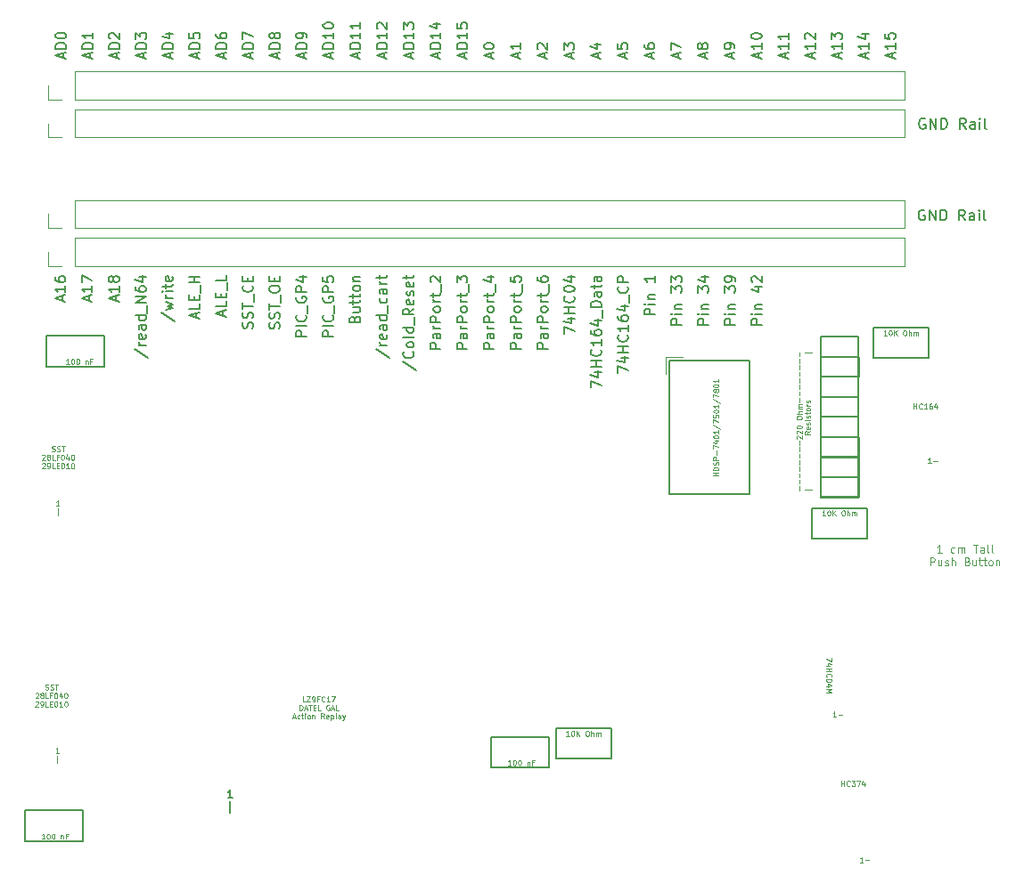
<source format=gbr>
%TF.GenerationSoftware,KiCad,Pcbnew,(6.0.2)*%
%TF.CreationDate,2022-10-27T18:33:53-05:00*%
%TF.ProjectId,REF1329_Breakout,52454631-3332-4395-9f42-7265616b6f75,rev?*%
%TF.SameCoordinates,Original*%
%TF.FileFunction,Legend,Top*%
%TF.FilePolarity,Positive*%
%FSLAX46Y46*%
G04 Gerber Fmt 4.6, Leading zero omitted, Abs format (unit mm)*
G04 Created by KiCad (PCBNEW (6.0.2)) date 2022-10-27 18:33:53*
%MOMM*%
%LPD*%
G01*
G04 APERTURE LIST*
%ADD10C,0.150000*%
%ADD11C,0.125000*%
%ADD12C,0.120000*%
G04 APERTURE END LIST*
D10*
X178666400Y-94001400D02*
X182286400Y-94001400D01*
X182286400Y-94001400D02*
X182286400Y-95876400D01*
X182286400Y-95876400D02*
X178666400Y-95876400D01*
X178666400Y-95876400D02*
X178666400Y-94001400D01*
X178666400Y-103542400D02*
X182321400Y-103542400D01*
X182321400Y-103542400D02*
X182321400Y-105432400D01*
X182321400Y-105432400D02*
X178666400Y-105432400D01*
X178666400Y-105432400D02*
X178666400Y-103542400D01*
X178666400Y-105440400D02*
X182321400Y-105440400D01*
X182321400Y-105440400D02*
X182321400Y-107266400D01*
X182321400Y-107266400D02*
X178666400Y-107266400D01*
X178666400Y-107266400D02*
X178666400Y-105440400D01*
X178666400Y-97782400D02*
X182252400Y-97782400D01*
X182252400Y-97782400D02*
X182252400Y-99697400D01*
X182252400Y-99697400D02*
X178666400Y-99697400D01*
X178666400Y-99697400D02*
X178666400Y-97782400D01*
X178666400Y-95884400D02*
X182263400Y-95884400D01*
X182263400Y-95884400D02*
X182263400Y-97782400D01*
X182263400Y-97782400D02*
X178666400Y-97782400D01*
X178666400Y-97782400D02*
X178666400Y-95884400D01*
X178666400Y-99689400D02*
X182279400Y-99689400D01*
X182279400Y-99689400D02*
X182279400Y-101612400D01*
X182279400Y-101612400D02*
X178666400Y-101612400D01*
X178666400Y-101612400D02*
X178666400Y-99689400D01*
X178666400Y-101612400D02*
X182286400Y-101612400D01*
X182286400Y-101612400D02*
X182286400Y-103517400D01*
X182286400Y-103517400D02*
X178666400Y-103517400D01*
X178666400Y-103517400D02*
X178666400Y-101612400D01*
X178666400Y-92052400D02*
X182267400Y-92052400D01*
X182267400Y-92052400D02*
X182267400Y-93982400D01*
X182267400Y-93982400D02*
X178666400Y-93982400D01*
X178666400Y-93982400D02*
X178666400Y-92052400D01*
X162922052Y-89951189D02*
X161922052Y-89951189D01*
X161922052Y-89570237D01*
X161969672Y-89474999D01*
X162017291Y-89427380D01*
X162112529Y-89379761D01*
X162255386Y-89379761D01*
X162350624Y-89427380D01*
X162398243Y-89474999D01*
X162445862Y-89570237D01*
X162445862Y-89951189D01*
X162922052Y-88951189D02*
X162255386Y-88951189D01*
X161922052Y-88951189D02*
X161969672Y-88998808D01*
X162017291Y-88951189D01*
X161969672Y-88903570D01*
X161922052Y-88951189D01*
X162017291Y-88951189D01*
X162255386Y-88474999D02*
X162922052Y-88474999D01*
X162350624Y-88474999D02*
X162303005Y-88427380D01*
X162255386Y-88332142D01*
X162255386Y-88189285D01*
X162303005Y-88094046D01*
X162398243Y-88046427D01*
X162922052Y-88046427D01*
X162922052Y-86284523D02*
X162922052Y-86855951D01*
X162922052Y-86570237D02*
X161922052Y-86570237D01*
X162064910Y-86665475D01*
X162160148Y-86760713D01*
X162207767Y-86855951D01*
X122800685Y-135885935D02*
X122372114Y-135885935D01*
X122586400Y-135885935D02*
X122586400Y-135135935D01*
X122514971Y-135243078D01*
X122443542Y-135314507D01*
X122372114Y-135350221D01*
X122586400Y-137343435D02*
X122586400Y-136272007D01*
X137192434Y-65563286D02*
X137192434Y-65087095D01*
X137478148Y-65658524D02*
X136478148Y-65325190D01*
X137478148Y-64991857D01*
X137478148Y-64658524D02*
X136478148Y-64658524D01*
X136478148Y-64420429D01*
X136525768Y-64277571D01*
X136621006Y-64182333D01*
X136716244Y-64134714D01*
X136906720Y-64087095D01*
X137049577Y-64087095D01*
X137240053Y-64134714D01*
X137335291Y-64182333D01*
X137430529Y-64277571D01*
X137478148Y-64420429D01*
X137478148Y-64658524D01*
X137478148Y-63134714D02*
X137478148Y-63706143D01*
X137478148Y-63420429D02*
X136478148Y-63420429D01*
X136621006Y-63515667D01*
X136716244Y-63610905D01*
X136763863Y-63706143D01*
X136573387Y-62753762D02*
X136525768Y-62706143D01*
X136478148Y-62610905D01*
X136478148Y-62372810D01*
X136525768Y-62277571D01*
X136573387Y-62229952D01*
X136668625Y-62182333D01*
X136763863Y-62182333D01*
X136906720Y-62229952D01*
X137478148Y-62801381D01*
X137478148Y-62182333D01*
D11*
X105654971Y-102940780D02*
X105726400Y-102964590D01*
X105845447Y-102964590D01*
X105893066Y-102940780D01*
X105916876Y-102916971D01*
X105940685Y-102869352D01*
X105940685Y-102821733D01*
X105916876Y-102774114D01*
X105893066Y-102750304D01*
X105845447Y-102726495D01*
X105750209Y-102702685D01*
X105702590Y-102678876D01*
X105678780Y-102655066D01*
X105654971Y-102607447D01*
X105654971Y-102559828D01*
X105678780Y-102512209D01*
X105702590Y-102488400D01*
X105750209Y-102464590D01*
X105869257Y-102464590D01*
X105940685Y-102488400D01*
X106131161Y-102940780D02*
X106202590Y-102964590D01*
X106321638Y-102964590D01*
X106369257Y-102940780D01*
X106393066Y-102916971D01*
X106416876Y-102869352D01*
X106416876Y-102821733D01*
X106393066Y-102774114D01*
X106369257Y-102750304D01*
X106321638Y-102726495D01*
X106226400Y-102702685D01*
X106178780Y-102678876D01*
X106154971Y-102655066D01*
X106131161Y-102607447D01*
X106131161Y-102559828D01*
X106154971Y-102512209D01*
X106178780Y-102488400D01*
X106226400Y-102464590D01*
X106345447Y-102464590D01*
X106416876Y-102488400D01*
X106559733Y-102464590D02*
X106845447Y-102464590D01*
X106702590Y-102964590D02*
X106702590Y-102464590D01*
X104714495Y-103317209D02*
X104738304Y-103293400D01*
X104785923Y-103269590D01*
X104904971Y-103269590D01*
X104952590Y-103293400D01*
X104976400Y-103317209D01*
X105000209Y-103364828D01*
X105000209Y-103412447D01*
X104976400Y-103483876D01*
X104690685Y-103769590D01*
X105000209Y-103769590D01*
X105285923Y-103483876D02*
X105238304Y-103460066D01*
X105214495Y-103436257D01*
X105190685Y-103388638D01*
X105190685Y-103364828D01*
X105214495Y-103317209D01*
X105238304Y-103293400D01*
X105285923Y-103269590D01*
X105381161Y-103269590D01*
X105428780Y-103293400D01*
X105452590Y-103317209D01*
X105476400Y-103364828D01*
X105476400Y-103388638D01*
X105452590Y-103436257D01*
X105428780Y-103460066D01*
X105381161Y-103483876D01*
X105285923Y-103483876D01*
X105238304Y-103507685D01*
X105214495Y-103531495D01*
X105190685Y-103579114D01*
X105190685Y-103674352D01*
X105214495Y-103721971D01*
X105238304Y-103745780D01*
X105285923Y-103769590D01*
X105381161Y-103769590D01*
X105428780Y-103745780D01*
X105452590Y-103721971D01*
X105476400Y-103674352D01*
X105476400Y-103579114D01*
X105452590Y-103531495D01*
X105428780Y-103507685D01*
X105381161Y-103483876D01*
X105928780Y-103769590D02*
X105690685Y-103769590D01*
X105690685Y-103269590D01*
X106262114Y-103507685D02*
X106095447Y-103507685D01*
X106095447Y-103769590D02*
X106095447Y-103269590D01*
X106333542Y-103269590D01*
X106619257Y-103269590D02*
X106666876Y-103269590D01*
X106714495Y-103293400D01*
X106738304Y-103317209D01*
X106762114Y-103364828D01*
X106785923Y-103460066D01*
X106785923Y-103579114D01*
X106762114Y-103674352D01*
X106738304Y-103721971D01*
X106714495Y-103745780D01*
X106666876Y-103769590D01*
X106619257Y-103769590D01*
X106571638Y-103745780D01*
X106547828Y-103721971D01*
X106524019Y-103674352D01*
X106500209Y-103579114D01*
X106500209Y-103460066D01*
X106524019Y-103364828D01*
X106547828Y-103317209D01*
X106571638Y-103293400D01*
X106619257Y-103269590D01*
X107214495Y-103436257D02*
X107214495Y-103769590D01*
X107095447Y-103245780D02*
X106976400Y-103602923D01*
X107285923Y-103602923D01*
X107571638Y-103269590D02*
X107619257Y-103269590D01*
X107666876Y-103293400D01*
X107690685Y-103317209D01*
X107714495Y-103364828D01*
X107738304Y-103460066D01*
X107738304Y-103579114D01*
X107714495Y-103674352D01*
X107690685Y-103721971D01*
X107666876Y-103745780D01*
X107619257Y-103769590D01*
X107571638Y-103769590D01*
X107524019Y-103745780D01*
X107500209Y-103721971D01*
X107476400Y-103674352D01*
X107452590Y-103579114D01*
X107452590Y-103460066D01*
X107476400Y-103364828D01*
X107500209Y-103317209D01*
X107524019Y-103293400D01*
X107571638Y-103269590D01*
X104702590Y-104122209D02*
X104726400Y-104098400D01*
X104774019Y-104074590D01*
X104893066Y-104074590D01*
X104940685Y-104098400D01*
X104964495Y-104122209D01*
X104988304Y-104169828D01*
X104988304Y-104217447D01*
X104964495Y-104288876D01*
X104678780Y-104574590D01*
X104988304Y-104574590D01*
X105226400Y-104574590D02*
X105321638Y-104574590D01*
X105369257Y-104550780D01*
X105393066Y-104526971D01*
X105440685Y-104455542D01*
X105464495Y-104360304D01*
X105464495Y-104169828D01*
X105440685Y-104122209D01*
X105416876Y-104098400D01*
X105369257Y-104074590D01*
X105274019Y-104074590D01*
X105226400Y-104098400D01*
X105202590Y-104122209D01*
X105178780Y-104169828D01*
X105178780Y-104288876D01*
X105202590Y-104336495D01*
X105226400Y-104360304D01*
X105274019Y-104384114D01*
X105369257Y-104384114D01*
X105416876Y-104360304D01*
X105440685Y-104336495D01*
X105464495Y-104288876D01*
X105916876Y-104574590D02*
X105678780Y-104574590D01*
X105678780Y-104074590D01*
X106083542Y-104312685D02*
X106250209Y-104312685D01*
X106321638Y-104574590D02*
X106083542Y-104574590D01*
X106083542Y-104074590D01*
X106321638Y-104074590D01*
X106631161Y-104074590D02*
X106678780Y-104074590D01*
X106726400Y-104098400D01*
X106750209Y-104122209D01*
X106774019Y-104169828D01*
X106797828Y-104265066D01*
X106797828Y-104384114D01*
X106774019Y-104479352D01*
X106750209Y-104526971D01*
X106726400Y-104550780D01*
X106678780Y-104574590D01*
X106631161Y-104574590D01*
X106583542Y-104550780D01*
X106559733Y-104526971D01*
X106535923Y-104479352D01*
X106512114Y-104384114D01*
X106512114Y-104265066D01*
X106535923Y-104169828D01*
X106559733Y-104122209D01*
X106583542Y-104098400D01*
X106631161Y-104074590D01*
X107274019Y-104574590D02*
X106988304Y-104574590D01*
X107131161Y-104574590D02*
X107131161Y-104074590D01*
X107083542Y-104146019D01*
X107035923Y-104193638D01*
X106988304Y-104217447D01*
X107583542Y-104074590D02*
X107631161Y-104074590D01*
X107678780Y-104098400D01*
X107702590Y-104122209D01*
X107726400Y-104169828D01*
X107750209Y-104265066D01*
X107750209Y-104384114D01*
X107726400Y-104479352D01*
X107702590Y-104526971D01*
X107678780Y-104550780D01*
X107631161Y-104574590D01*
X107583542Y-104574590D01*
X107535923Y-104550780D01*
X107512114Y-104526971D01*
X107488304Y-104479352D01*
X107464495Y-104384114D01*
X107464495Y-104265066D01*
X107488304Y-104169828D01*
X107512114Y-104122209D01*
X107535923Y-104098400D01*
X107583542Y-104074590D01*
D10*
X132110306Y-65563286D02*
X132110306Y-65087095D01*
X132396020Y-65658524D02*
X131396020Y-65325190D01*
X132396020Y-64991857D01*
X132396020Y-64658524D02*
X131396020Y-64658524D01*
X131396020Y-64420429D01*
X131443640Y-64277571D01*
X131538878Y-64182333D01*
X131634116Y-64134714D01*
X131824592Y-64087095D01*
X131967449Y-64087095D01*
X132157925Y-64134714D01*
X132253163Y-64182333D01*
X132348401Y-64277571D01*
X132396020Y-64420429D01*
X132396020Y-64658524D01*
X132396020Y-63134714D02*
X132396020Y-63706143D01*
X132396020Y-63420429D02*
X131396020Y-63420429D01*
X131538878Y-63515667D01*
X131634116Y-63610905D01*
X131681735Y-63706143D01*
X131396020Y-62515667D02*
X131396020Y-62420429D01*
X131443640Y-62325190D01*
X131491259Y-62277571D01*
X131586497Y-62229952D01*
X131776973Y-62182333D01*
X132015068Y-62182333D01*
X132205544Y-62229952D01*
X132300782Y-62277571D01*
X132348401Y-62325190D01*
X132396020Y-62420429D01*
X132396020Y-62515667D01*
X132348401Y-62610905D01*
X132300782Y-62658524D01*
X132205544Y-62706143D01*
X132015068Y-62753762D01*
X131776973Y-62753762D01*
X131586497Y-62706143D01*
X131491259Y-62658524D01*
X131443640Y-62610905D01*
X131396020Y-62515667D01*
X121946050Y-65563285D02*
X121946050Y-65087095D01*
X122231764Y-65658523D02*
X121231764Y-65325190D01*
X122231764Y-64991857D01*
X122231764Y-64658523D02*
X121231764Y-64658523D01*
X121231764Y-64420428D01*
X121279384Y-64277571D01*
X121374622Y-64182333D01*
X121469860Y-64134714D01*
X121660336Y-64087095D01*
X121803193Y-64087095D01*
X121993669Y-64134714D01*
X122088907Y-64182333D01*
X122184145Y-64277571D01*
X122231764Y-64420428D01*
X122231764Y-64658523D01*
X121231764Y-63229952D02*
X121231764Y-63420428D01*
X121279384Y-63515666D01*
X121327003Y-63563285D01*
X121469860Y-63658523D01*
X121660336Y-63706142D01*
X122041288Y-63706142D01*
X122136526Y-63658523D01*
X122184145Y-63610904D01*
X122231764Y-63515666D01*
X122231764Y-63325190D01*
X122184145Y-63229952D01*
X122136526Y-63182333D01*
X122041288Y-63134714D01*
X121803193Y-63134714D01*
X121707955Y-63182333D01*
X121660336Y-63229952D01*
X121612717Y-63325190D01*
X121612717Y-63515666D01*
X121660336Y-63610904D01*
X121707955Y-63658523D01*
X121803193Y-63706142D01*
X109179242Y-88665476D02*
X109179242Y-88189285D01*
X109464956Y-88760714D02*
X108464956Y-88427380D01*
X109464956Y-88094047D01*
X109464956Y-87236904D02*
X109464956Y-87808333D01*
X109464956Y-87522619D02*
X108464956Y-87522619D01*
X108607814Y-87617857D01*
X108703052Y-87713095D01*
X108750671Y-87808333D01*
X108464956Y-86903571D02*
X108464956Y-86236904D01*
X109464956Y-86665476D01*
X106699666Y-65563285D02*
X106699666Y-65087095D01*
X106985380Y-65658523D02*
X105985380Y-65325190D01*
X106985380Y-64991857D01*
X106985380Y-64658523D02*
X105985380Y-64658523D01*
X105985380Y-64420428D01*
X106033000Y-64277571D01*
X106128238Y-64182333D01*
X106223476Y-64134714D01*
X106413952Y-64087095D01*
X106556809Y-64087095D01*
X106747285Y-64134714D01*
X106842523Y-64182333D01*
X106937761Y-64277571D01*
X106985380Y-64420428D01*
X106985380Y-64658523D01*
X105985380Y-63468047D02*
X105985380Y-63372809D01*
X106033000Y-63277571D01*
X106080619Y-63229952D01*
X106175857Y-63182333D01*
X106366333Y-63134714D01*
X106604428Y-63134714D01*
X106794904Y-63182333D01*
X106890142Y-63229952D01*
X106937761Y-63277571D01*
X106985380Y-63372809D01*
X106985380Y-63468047D01*
X106937761Y-63563285D01*
X106890142Y-63610904D01*
X106794904Y-63658523D01*
X106604428Y-63706142D01*
X106366333Y-63706142D01*
X106175857Y-63658523D01*
X106080619Y-63610904D01*
X106033000Y-63563285D01*
X105985380Y-63468047D01*
X113508489Y-93189285D02*
X114794204Y-94046428D01*
X114556108Y-92855952D02*
X113889442Y-92855952D01*
X114079918Y-92855952D02*
X113984680Y-92808333D01*
X113937061Y-92760714D01*
X113889442Y-92665476D01*
X113889442Y-92570237D01*
X114508489Y-91855952D02*
X114556108Y-91951190D01*
X114556108Y-92141666D01*
X114508489Y-92236904D01*
X114413251Y-92284523D01*
X114032299Y-92284523D01*
X113937061Y-92236904D01*
X113889442Y-92141666D01*
X113889442Y-91951190D01*
X113937061Y-91855952D01*
X114032299Y-91808333D01*
X114127537Y-91808333D01*
X114222775Y-92284523D01*
X114556108Y-90951190D02*
X114032299Y-90951190D01*
X113937061Y-90998809D01*
X113889442Y-91094047D01*
X113889442Y-91284523D01*
X113937061Y-91379761D01*
X114508489Y-90951190D02*
X114556108Y-91046428D01*
X114556108Y-91284523D01*
X114508489Y-91379761D01*
X114413251Y-91427380D01*
X114318013Y-91427380D01*
X114222775Y-91379761D01*
X114175156Y-91284523D01*
X114175156Y-91046428D01*
X114127537Y-90951190D01*
X114556108Y-90046428D02*
X113556108Y-90046428D01*
X114508489Y-90046428D02*
X114556108Y-90141666D01*
X114556108Y-90332142D01*
X114508489Y-90427380D01*
X114460870Y-90474999D01*
X114365632Y-90522618D01*
X114079918Y-90522618D01*
X113984680Y-90474999D01*
X113937061Y-90427380D01*
X113889442Y-90332142D01*
X113889442Y-90141666D01*
X113937061Y-90046428D01*
X114651347Y-89808333D02*
X114651347Y-89046428D01*
X114556108Y-88808333D02*
X113556108Y-88808333D01*
X114556108Y-88236904D01*
X113556108Y-88236904D01*
X113556108Y-87332142D02*
X113556108Y-87522618D01*
X113603728Y-87617857D01*
X113651347Y-87665476D01*
X113794204Y-87760714D01*
X113984680Y-87808333D01*
X114365632Y-87808333D01*
X114460870Y-87760714D01*
X114508489Y-87713095D01*
X114556108Y-87617857D01*
X114556108Y-87427380D01*
X114508489Y-87332142D01*
X114460870Y-87284523D01*
X114365632Y-87236904D01*
X114127537Y-87236904D01*
X114032299Y-87284523D01*
X113984680Y-87332142D01*
X113937061Y-87427380D01*
X113937061Y-87617857D01*
X113984680Y-87713095D01*
X114032299Y-87760714D01*
X114127537Y-87808333D01*
X113889442Y-86379761D02*
X114556108Y-86379761D01*
X113508489Y-86617857D02*
X114222775Y-86855952D01*
X114222775Y-86236904D01*
D11*
X105015971Y-125606780D02*
X105087400Y-125630590D01*
X105206447Y-125630590D01*
X105254066Y-125606780D01*
X105277876Y-125582971D01*
X105301685Y-125535352D01*
X105301685Y-125487733D01*
X105277876Y-125440114D01*
X105254066Y-125416304D01*
X105206447Y-125392495D01*
X105111209Y-125368685D01*
X105063590Y-125344876D01*
X105039780Y-125321066D01*
X105015971Y-125273447D01*
X105015971Y-125225828D01*
X105039780Y-125178209D01*
X105063590Y-125154400D01*
X105111209Y-125130590D01*
X105230257Y-125130590D01*
X105301685Y-125154400D01*
X105492161Y-125606780D02*
X105563590Y-125630590D01*
X105682638Y-125630590D01*
X105730257Y-125606780D01*
X105754066Y-125582971D01*
X105777876Y-125535352D01*
X105777876Y-125487733D01*
X105754066Y-125440114D01*
X105730257Y-125416304D01*
X105682638Y-125392495D01*
X105587400Y-125368685D01*
X105539780Y-125344876D01*
X105515971Y-125321066D01*
X105492161Y-125273447D01*
X105492161Y-125225828D01*
X105515971Y-125178209D01*
X105539780Y-125154400D01*
X105587400Y-125130590D01*
X105706447Y-125130590D01*
X105777876Y-125154400D01*
X105920733Y-125130590D02*
X106206447Y-125130590D01*
X106063590Y-125630590D02*
X106063590Y-125130590D01*
X104075495Y-125983209D02*
X104099304Y-125959400D01*
X104146923Y-125935590D01*
X104265971Y-125935590D01*
X104313590Y-125959400D01*
X104337400Y-125983209D01*
X104361209Y-126030828D01*
X104361209Y-126078447D01*
X104337400Y-126149876D01*
X104051685Y-126435590D01*
X104361209Y-126435590D01*
X104646923Y-126149876D02*
X104599304Y-126126066D01*
X104575495Y-126102257D01*
X104551685Y-126054638D01*
X104551685Y-126030828D01*
X104575495Y-125983209D01*
X104599304Y-125959400D01*
X104646923Y-125935590D01*
X104742161Y-125935590D01*
X104789780Y-125959400D01*
X104813590Y-125983209D01*
X104837400Y-126030828D01*
X104837400Y-126054638D01*
X104813590Y-126102257D01*
X104789780Y-126126066D01*
X104742161Y-126149876D01*
X104646923Y-126149876D01*
X104599304Y-126173685D01*
X104575495Y-126197495D01*
X104551685Y-126245114D01*
X104551685Y-126340352D01*
X104575495Y-126387971D01*
X104599304Y-126411780D01*
X104646923Y-126435590D01*
X104742161Y-126435590D01*
X104789780Y-126411780D01*
X104813590Y-126387971D01*
X104837400Y-126340352D01*
X104837400Y-126245114D01*
X104813590Y-126197495D01*
X104789780Y-126173685D01*
X104742161Y-126149876D01*
X105289780Y-126435590D02*
X105051685Y-126435590D01*
X105051685Y-125935590D01*
X105623114Y-126173685D02*
X105456447Y-126173685D01*
X105456447Y-126435590D02*
X105456447Y-125935590D01*
X105694542Y-125935590D01*
X105980257Y-125935590D02*
X106027876Y-125935590D01*
X106075495Y-125959400D01*
X106099304Y-125983209D01*
X106123114Y-126030828D01*
X106146923Y-126126066D01*
X106146923Y-126245114D01*
X106123114Y-126340352D01*
X106099304Y-126387971D01*
X106075495Y-126411780D01*
X106027876Y-126435590D01*
X105980257Y-126435590D01*
X105932638Y-126411780D01*
X105908828Y-126387971D01*
X105885019Y-126340352D01*
X105861209Y-126245114D01*
X105861209Y-126126066D01*
X105885019Y-126030828D01*
X105908828Y-125983209D01*
X105932638Y-125959400D01*
X105980257Y-125935590D01*
X106575495Y-126102257D02*
X106575495Y-126435590D01*
X106456447Y-125911780D02*
X106337400Y-126268923D01*
X106646923Y-126268923D01*
X106932638Y-125935590D02*
X106980257Y-125935590D01*
X107027876Y-125959400D01*
X107051685Y-125983209D01*
X107075495Y-126030828D01*
X107099304Y-126126066D01*
X107099304Y-126245114D01*
X107075495Y-126340352D01*
X107051685Y-126387971D01*
X107027876Y-126411780D01*
X106980257Y-126435590D01*
X106932638Y-126435590D01*
X106885019Y-126411780D01*
X106861209Y-126387971D01*
X106837400Y-126340352D01*
X106813590Y-126245114D01*
X106813590Y-126126066D01*
X106837400Y-126030828D01*
X106861209Y-125983209D01*
X106885019Y-125959400D01*
X106932638Y-125935590D01*
X104063590Y-126788209D02*
X104087400Y-126764400D01*
X104135019Y-126740590D01*
X104254066Y-126740590D01*
X104301685Y-126764400D01*
X104325495Y-126788209D01*
X104349304Y-126835828D01*
X104349304Y-126883447D01*
X104325495Y-126954876D01*
X104039780Y-127240590D01*
X104349304Y-127240590D01*
X104587400Y-127240590D02*
X104682638Y-127240590D01*
X104730257Y-127216780D01*
X104754066Y-127192971D01*
X104801685Y-127121542D01*
X104825495Y-127026304D01*
X104825495Y-126835828D01*
X104801685Y-126788209D01*
X104777876Y-126764400D01*
X104730257Y-126740590D01*
X104635019Y-126740590D01*
X104587400Y-126764400D01*
X104563590Y-126788209D01*
X104539780Y-126835828D01*
X104539780Y-126954876D01*
X104563590Y-127002495D01*
X104587400Y-127026304D01*
X104635019Y-127050114D01*
X104730257Y-127050114D01*
X104777876Y-127026304D01*
X104801685Y-127002495D01*
X104825495Y-126954876D01*
X105277876Y-127240590D02*
X105039780Y-127240590D01*
X105039780Y-126740590D01*
X105444542Y-126978685D02*
X105611209Y-126978685D01*
X105682638Y-127240590D02*
X105444542Y-127240590D01*
X105444542Y-126740590D01*
X105682638Y-126740590D01*
X105992161Y-126740590D02*
X106039780Y-126740590D01*
X106087400Y-126764400D01*
X106111209Y-126788209D01*
X106135019Y-126835828D01*
X106158828Y-126931066D01*
X106158828Y-127050114D01*
X106135019Y-127145352D01*
X106111209Y-127192971D01*
X106087400Y-127216780D01*
X106039780Y-127240590D01*
X105992161Y-127240590D01*
X105944542Y-127216780D01*
X105920733Y-127192971D01*
X105896923Y-127145352D01*
X105873114Y-127050114D01*
X105873114Y-126931066D01*
X105896923Y-126835828D01*
X105920733Y-126788209D01*
X105944542Y-126764400D01*
X105992161Y-126740590D01*
X106635019Y-127240590D02*
X106349304Y-127240590D01*
X106492161Y-127240590D02*
X106492161Y-126740590D01*
X106444542Y-126812019D01*
X106396923Y-126859638D01*
X106349304Y-126883447D01*
X106944542Y-126740590D02*
X106992161Y-126740590D01*
X107039780Y-126764400D01*
X107063590Y-126788209D01*
X107087400Y-126835828D01*
X107111209Y-126931066D01*
X107111209Y-127050114D01*
X107087400Y-127145352D01*
X107063590Y-127192971D01*
X107039780Y-127216780D01*
X106992161Y-127240590D01*
X106944542Y-127240590D01*
X106896923Y-127216780D01*
X106873114Y-127192971D01*
X106849304Y-127145352D01*
X106825495Y-127050114D01*
X106825495Y-126931066D01*
X106849304Y-126835828D01*
X106873114Y-126788209D01*
X106896923Y-126764400D01*
X106944542Y-126740590D01*
D10*
X142557444Y-93189285D02*
X141557444Y-93189285D01*
X141557444Y-92808333D01*
X141605064Y-92713094D01*
X141652683Y-92665475D01*
X141747921Y-92617856D01*
X141890778Y-92617856D01*
X141986016Y-92665475D01*
X142033635Y-92713094D01*
X142081254Y-92808333D01*
X142081254Y-93189285D01*
X142557444Y-91760714D02*
X142033635Y-91760714D01*
X141938397Y-91808333D01*
X141890778Y-91903571D01*
X141890778Y-92094047D01*
X141938397Y-92189285D01*
X142509825Y-91760714D02*
X142557444Y-91855952D01*
X142557444Y-92094047D01*
X142509825Y-92189285D01*
X142414587Y-92236904D01*
X142319349Y-92236904D01*
X142224111Y-92189285D01*
X142176492Y-92094047D01*
X142176492Y-91855952D01*
X142128873Y-91760714D01*
X142557444Y-91284523D02*
X141890778Y-91284523D01*
X142081254Y-91284523D02*
X141986016Y-91236904D01*
X141938397Y-91189285D01*
X141890778Y-91094047D01*
X141890778Y-90998809D01*
X142557444Y-90665475D02*
X141557444Y-90665475D01*
X141557444Y-90284523D01*
X141605064Y-90189285D01*
X141652683Y-90141666D01*
X141747921Y-90094047D01*
X141890778Y-90094047D01*
X141986016Y-90141666D01*
X142033635Y-90189285D01*
X142081254Y-90284523D01*
X142081254Y-90665475D01*
X142557444Y-89522618D02*
X142509825Y-89617856D01*
X142462206Y-89665475D01*
X142366968Y-89713094D01*
X142081254Y-89713094D01*
X141986016Y-89665475D01*
X141938397Y-89617856D01*
X141890778Y-89522618D01*
X141890778Y-89379761D01*
X141938397Y-89284523D01*
X141986016Y-89236904D01*
X142081254Y-89189285D01*
X142366968Y-89189285D01*
X142462206Y-89236904D01*
X142509825Y-89284523D01*
X142557444Y-89379761D01*
X142557444Y-89522618D01*
X142557444Y-88760714D02*
X141890778Y-88760714D01*
X142081254Y-88760714D02*
X141986016Y-88713094D01*
X141938397Y-88665475D01*
X141890778Y-88570237D01*
X141890778Y-88474999D01*
X141890778Y-88284523D02*
X141890778Y-87903571D01*
X141557444Y-88141666D02*
X142414587Y-88141666D01*
X142509825Y-88094047D01*
X142557444Y-87998809D01*
X142557444Y-87903571D01*
X142652683Y-87808333D02*
X142652683Y-87046428D01*
X141652683Y-86855952D02*
X141605064Y-86808333D01*
X141557444Y-86713094D01*
X141557444Y-86474999D01*
X141605064Y-86379761D01*
X141652683Y-86332142D01*
X141747921Y-86284523D01*
X141843159Y-86284523D01*
X141986016Y-86332142D01*
X142557444Y-86903571D01*
X142557444Y-86284523D01*
X129829564Y-92046427D02*
X128829564Y-92046427D01*
X128829564Y-91665475D01*
X128877184Y-91570237D01*
X128924803Y-91522618D01*
X129020041Y-91474999D01*
X129162898Y-91474999D01*
X129258136Y-91522618D01*
X129305755Y-91570237D01*
X129353374Y-91665475D01*
X129353374Y-92046427D01*
X129829564Y-91046427D02*
X128829564Y-91046427D01*
X129734326Y-89998808D02*
X129781945Y-90046427D01*
X129829564Y-90189285D01*
X129829564Y-90284523D01*
X129781945Y-90427380D01*
X129686707Y-90522618D01*
X129591469Y-90570237D01*
X129400993Y-90617856D01*
X129258136Y-90617856D01*
X129067660Y-90570237D01*
X128972422Y-90522618D01*
X128877184Y-90427380D01*
X128829564Y-90284523D01*
X128829564Y-90189285D01*
X128877184Y-90046427D01*
X128924803Y-89998808D01*
X129924803Y-89808332D02*
X129924803Y-89046427D01*
X128877184Y-88284523D02*
X128829564Y-88379761D01*
X128829564Y-88522618D01*
X128877184Y-88665475D01*
X128972422Y-88760713D01*
X129067660Y-88808332D01*
X129258136Y-88855951D01*
X129400993Y-88855951D01*
X129591469Y-88808332D01*
X129686707Y-88760713D01*
X129781945Y-88665475D01*
X129829564Y-88522618D01*
X129829564Y-88427380D01*
X129781945Y-88284523D01*
X129734326Y-88236904D01*
X129400993Y-88236904D01*
X129400993Y-88427380D01*
X129829564Y-87808332D02*
X128829564Y-87808332D01*
X128829564Y-87427380D01*
X128877184Y-87332142D01*
X128924803Y-87284523D01*
X129020041Y-87236904D01*
X129162898Y-87236904D01*
X129258136Y-87284523D01*
X129305755Y-87332142D01*
X129353374Y-87427380D01*
X129353374Y-87808332D01*
X129162898Y-86379761D02*
X129829564Y-86379761D01*
X128781945Y-86617856D02*
X129496231Y-86855951D01*
X129496231Y-86236904D01*
X170558780Y-90903571D02*
X169558780Y-90903571D01*
X169558780Y-90522618D01*
X169606400Y-90427380D01*
X169654019Y-90379761D01*
X169749257Y-90332142D01*
X169892114Y-90332142D01*
X169987352Y-90379761D01*
X170034971Y-90427380D01*
X170082590Y-90522618D01*
X170082590Y-90903571D01*
X170558780Y-89903571D02*
X169892114Y-89903571D01*
X169558780Y-89903571D02*
X169606400Y-89951190D01*
X169654019Y-89903571D01*
X169606400Y-89855952D01*
X169558780Y-89903571D01*
X169654019Y-89903571D01*
X169892114Y-89427380D02*
X170558780Y-89427380D01*
X169987352Y-89427380D02*
X169939733Y-89379761D01*
X169892114Y-89284523D01*
X169892114Y-89141666D01*
X169939733Y-89046428D01*
X170034971Y-88998809D01*
X170558780Y-88998809D01*
X169558780Y-87855952D02*
X169558780Y-87236904D01*
X169939733Y-87570237D01*
X169939733Y-87427380D01*
X169987352Y-87332142D01*
X170034971Y-87284523D01*
X170130209Y-87236904D01*
X170368304Y-87236904D01*
X170463542Y-87284523D01*
X170511161Y-87332142D01*
X170558780Y-87427380D01*
X170558780Y-87713095D01*
X170511161Y-87808333D01*
X170463542Y-87855952D01*
X170558780Y-86760714D02*
X170558780Y-86570237D01*
X170511161Y-86474999D01*
X170463542Y-86427380D01*
X170320685Y-86332142D01*
X170130209Y-86284523D01*
X169749257Y-86284523D01*
X169654019Y-86332142D01*
X169606400Y-86379761D01*
X169558780Y-86474999D01*
X169558780Y-86665476D01*
X169606400Y-86760714D01*
X169654019Y-86808333D01*
X169749257Y-86855952D01*
X169987352Y-86855952D01*
X170082590Y-86808333D01*
X170130209Y-86760714D01*
X170177828Y-86665476D01*
X170177828Y-86474999D01*
X170130209Y-86379761D01*
X170082590Y-86332142D01*
X169987352Y-86284523D01*
X154979882Y-65563285D02*
X154979882Y-65087095D01*
X155265596Y-65658523D02*
X154265596Y-65325190D01*
X155265596Y-64991857D01*
X154265596Y-64753761D02*
X154265596Y-64134714D01*
X154646549Y-64468047D01*
X154646549Y-64325190D01*
X154694168Y-64229952D01*
X154741787Y-64182333D01*
X154837025Y-64134714D01*
X155075120Y-64134714D01*
X155170358Y-64182333D01*
X155217977Y-64229952D01*
X155265596Y-64325190D01*
X155265596Y-64610904D01*
X155217977Y-64706142D01*
X155170358Y-64753761D01*
X147648596Y-93189285D02*
X146648596Y-93189285D01*
X146648596Y-92808333D01*
X146696216Y-92713094D01*
X146743835Y-92665475D01*
X146839073Y-92617856D01*
X146981930Y-92617856D01*
X147077168Y-92665475D01*
X147124787Y-92713094D01*
X147172406Y-92808333D01*
X147172406Y-93189285D01*
X147648596Y-91760714D02*
X147124787Y-91760714D01*
X147029549Y-91808333D01*
X146981930Y-91903571D01*
X146981930Y-92094047D01*
X147029549Y-92189285D01*
X147600977Y-91760714D02*
X147648596Y-91855952D01*
X147648596Y-92094047D01*
X147600977Y-92189285D01*
X147505739Y-92236904D01*
X147410501Y-92236904D01*
X147315263Y-92189285D01*
X147267644Y-92094047D01*
X147267644Y-91855952D01*
X147220025Y-91760714D01*
X147648596Y-91284523D02*
X146981930Y-91284523D01*
X147172406Y-91284523D02*
X147077168Y-91236904D01*
X147029549Y-91189285D01*
X146981930Y-91094047D01*
X146981930Y-90998809D01*
X147648596Y-90665475D02*
X146648596Y-90665475D01*
X146648596Y-90284523D01*
X146696216Y-90189285D01*
X146743835Y-90141666D01*
X146839073Y-90094047D01*
X146981930Y-90094047D01*
X147077168Y-90141666D01*
X147124787Y-90189285D01*
X147172406Y-90284523D01*
X147172406Y-90665475D01*
X147648596Y-89522618D02*
X147600977Y-89617856D01*
X147553358Y-89665475D01*
X147458120Y-89713094D01*
X147172406Y-89713094D01*
X147077168Y-89665475D01*
X147029549Y-89617856D01*
X146981930Y-89522618D01*
X146981930Y-89379761D01*
X147029549Y-89284523D01*
X147077168Y-89236904D01*
X147172406Y-89189285D01*
X147458120Y-89189285D01*
X147553358Y-89236904D01*
X147600977Y-89284523D01*
X147648596Y-89379761D01*
X147648596Y-89522618D01*
X147648596Y-88760714D02*
X146981930Y-88760714D01*
X147172406Y-88760714D02*
X147077168Y-88713094D01*
X147029549Y-88665475D01*
X146981930Y-88570237D01*
X146981930Y-88474999D01*
X146981930Y-88284523D02*
X146981930Y-87903571D01*
X146648596Y-88141666D02*
X147505739Y-88141666D01*
X147600977Y-88094047D01*
X147648596Y-87998809D01*
X147648596Y-87903571D01*
X147743835Y-87808333D02*
X147743835Y-87046428D01*
X146981930Y-86379761D02*
X147648596Y-86379761D01*
X146600977Y-86617856D02*
X147315263Y-86855952D01*
X147315263Y-86236904D01*
D11*
X187497257Y-98927590D02*
X187497257Y-98427590D01*
X187497257Y-98665685D02*
X187782971Y-98665685D01*
X187782971Y-98927590D02*
X187782971Y-98427590D01*
X188306780Y-98879971D02*
X188282971Y-98903780D01*
X188211542Y-98927590D01*
X188163923Y-98927590D01*
X188092495Y-98903780D01*
X188044876Y-98856161D01*
X188021066Y-98808542D01*
X187997257Y-98713304D01*
X187997257Y-98641876D01*
X188021066Y-98546638D01*
X188044876Y-98499019D01*
X188092495Y-98451400D01*
X188163923Y-98427590D01*
X188211542Y-98427590D01*
X188282971Y-98451400D01*
X188306780Y-98475209D01*
X188782971Y-98927590D02*
X188497257Y-98927590D01*
X188640114Y-98927590D02*
X188640114Y-98427590D01*
X188592495Y-98499019D01*
X188544876Y-98546638D01*
X188497257Y-98570447D01*
X189211542Y-98427590D02*
X189116304Y-98427590D01*
X189068685Y-98451400D01*
X189044876Y-98475209D01*
X188997257Y-98546638D01*
X188973447Y-98641876D01*
X188973447Y-98832352D01*
X188997257Y-98879971D01*
X189021066Y-98903780D01*
X189068685Y-98927590D01*
X189163923Y-98927590D01*
X189211542Y-98903780D01*
X189235352Y-98879971D01*
X189259161Y-98832352D01*
X189259161Y-98713304D01*
X189235352Y-98665685D01*
X189211542Y-98641876D01*
X189163923Y-98618066D01*
X189068685Y-98618066D01*
X189021066Y-98641876D01*
X188997257Y-98665685D01*
X188973447Y-98713304D01*
X189687733Y-98594257D02*
X189687733Y-98927590D01*
X189568685Y-98403780D02*
X189449638Y-98760923D01*
X189759161Y-98760923D01*
D10*
X124690793Y-91236904D02*
X124738412Y-91094047D01*
X124738412Y-90855952D01*
X124690793Y-90760714D01*
X124643174Y-90713094D01*
X124547936Y-90665475D01*
X124452698Y-90665475D01*
X124357460Y-90713094D01*
X124309841Y-90760714D01*
X124262222Y-90855952D01*
X124214603Y-91046428D01*
X124166984Y-91141666D01*
X124119365Y-91189285D01*
X124024127Y-91236904D01*
X123928889Y-91236904D01*
X123833651Y-91189285D01*
X123786032Y-91141666D01*
X123738412Y-91046428D01*
X123738412Y-90808333D01*
X123786032Y-90665475D01*
X124690793Y-90284523D02*
X124738412Y-90141666D01*
X124738412Y-89903571D01*
X124690793Y-89808333D01*
X124643174Y-89760714D01*
X124547936Y-89713094D01*
X124452698Y-89713094D01*
X124357460Y-89760714D01*
X124309841Y-89808333D01*
X124262222Y-89903571D01*
X124214603Y-90094047D01*
X124166984Y-90189285D01*
X124119365Y-90236904D01*
X124024127Y-90284523D01*
X123928889Y-90284523D01*
X123833651Y-90236904D01*
X123786032Y-90189285D01*
X123738412Y-90094047D01*
X123738412Y-89855952D01*
X123786032Y-89713094D01*
X123738412Y-89427380D02*
X123738412Y-88855952D01*
X124738412Y-89141666D02*
X123738412Y-89141666D01*
X124833651Y-88760714D02*
X124833651Y-87998809D01*
X124643174Y-87189285D02*
X124690793Y-87236904D01*
X124738412Y-87379761D01*
X124738412Y-87474999D01*
X124690793Y-87617856D01*
X124595555Y-87713094D01*
X124500317Y-87760714D01*
X124309841Y-87808333D01*
X124166984Y-87808333D01*
X123976508Y-87760714D01*
X123881270Y-87713094D01*
X123786032Y-87617856D01*
X123738412Y-87474999D01*
X123738412Y-87379761D01*
X123786032Y-87236904D01*
X123833651Y-87189285D01*
X124214603Y-86760714D02*
X124214603Y-86427380D01*
X124738412Y-86284523D02*
X124738412Y-86760714D01*
X123738412Y-86760714D01*
X123738412Y-86284523D01*
X139733498Y-65563286D02*
X139733498Y-65087095D01*
X140019212Y-65658524D02*
X139019212Y-65325190D01*
X140019212Y-64991857D01*
X140019212Y-64658524D02*
X139019212Y-64658524D01*
X139019212Y-64420429D01*
X139066832Y-64277571D01*
X139162070Y-64182333D01*
X139257308Y-64134714D01*
X139447784Y-64087095D01*
X139590641Y-64087095D01*
X139781117Y-64134714D01*
X139876355Y-64182333D01*
X139971593Y-64277571D01*
X140019212Y-64420429D01*
X140019212Y-64658524D01*
X140019212Y-63134714D02*
X140019212Y-63706143D01*
X140019212Y-63420429D02*
X139019212Y-63420429D01*
X139162070Y-63515667D01*
X139257308Y-63610905D01*
X139304927Y-63706143D01*
X139019212Y-62801381D02*
X139019212Y-62182333D01*
X139400165Y-62515667D01*
X139400165Y-62372810D01*
X139447784Y-62277571D01*
X139495403Y-62229952D01*
X139590641Y-62182333D01*
X139828736Y-62182333D01*
X139923974Y-62229952D01*
X139971593Y-62277571D01*
X140019212Y-62372810D01*
X140019212Y-62658524D01*
X139971593Y-62753762D01*
X139923974Y-62801381D01*
D11*
X189143733Y-104069590D02*
X188858019Y-104069590D01*
X189000876Y-104069590D02*
X189000876Y-103569590D01*
X188953257Y-103641019D01*
X188905638Y-103688638D01*
X188858019Y-103712447D01*
X189358019Y-103879114D02*
X189738971Y-103879114D01*
X129727495Y-126773590D02*
X129489400Y-126773590D01*
X129489400Y-126273590D01*
X129846542Y-126273590D02*
X130179876Y-126273590D01*
X129846542Y-126773590D01*
X130179876Y-126773590D01*
X130394161Y-126773590D02*
X130489400Y-126773590D01*
X130537019Y-126749780D01*
X130560828Y-126725971D01*
X130608447Y-126654542D01*
X130632257Y-126559304D01*
X130632257Y-126368828D01*
X130608447Y-126321209D01*
X130584638Y-126297400D01*
X130537019Y-126273590D01*
X130441780Y-126273590D01*
X130394161Y-126297400D01*
X130370352Y-126321209D01*
X130346542Y-126368828D01*
X130346542Y-126487876D01*
X130370352Y-126535495D01*
X130394161Y-126559304D01*
X130441780Y-126583114D01*
X130537019Y-126583114D01*
X130584638Y-126559304D01*
X130608447Y-126535495D01*
X130632257Y-126487876D01*
X131013209Y-126511685D02*
X130846542Y-126511685D01*
X130846542Y-126773590D02*
X130846542Y-126273590D01*
X131084638Y-126273590D01*
X131560828Y-126725971D02*
X131537019Y-126749780D01*
X131465590Y-126773590D01*
X131417971Y-126773590D01*
X131346542Y-126749780D01*
X131298923Y-126702161D01*
X131275114Y-126654542D01*
X131251304Y-126559304D01*
X131251304Y-126487876D01*
X131275114Y-126392638D01*
X131298923Y-126345019D01*
X131346542Y-126297400D01*
X131417971Y-126273590D01*
X131465590Y-126273590D01*
X131537019Y-126297400D01*
X131560828Y-126321209D01*
X132037019Y-126773590D02*
X131751304Y-126773590D01*
X131894161Y-126773590D02*
X131894161Y-126273590D01*
X131846542Y-126345019D01*
X131798923Y-126392638D01*
X131751304Y-126416447D01*
X132203685Y-126273590D02*
X132537019Y-126273590D01*
X132322733Y-126773590D01*
X129167971Y-127578590D02*
X129167971Y-127078590D01*
X129287019Y-127078590D01*
X129358447Y-127102400D01*
X129406066Y-127150019D01*
X129429876Y-127197638D01*
X129453685Y-127292876D01*
X129453685Y-127364304D01*
X129429876Y-127459542D01*
X129406066Y-127507161D01*
X129358447Y-127554780D01*
X129287019Y-127578590D01*
X129167971Y-127578590D01*
X129644161Y-127435733D02*
X129882257Y-127435733D01*
X129596542Y-127578590D02*
X129763209Y-127078590D01*
X129929876Y-127578590D01*
X130025114Y-127078590D02*
X130310828Y-127078590D01*
X130167971Y-127578590D02*
X130167971Y-127078590D01*
X130477495Y-127316685D02*
X130644161Y-127316685D01*
X130715590Y-127578590D02*
X130477495Y-127578590D01*
X130477495Y-127078590D01*
X130715590Y-127078590D01*
X131167971Y-127578590D02*
X130929876Y-127578590D01*
X130929876Y-127078590D01*
X131977495Y-127102400D02*
X131929876Y-127078590D01*
X131858447Y-127078590D01*
X131787019Y-127102400D01*
X131739400Y-127150019D01*
X131715590Y-127197638D01*
X131691780Y-127292876D01*
X131691780Y-127364304D01*
X131715590Y-127459542D01*
X131739400Y-127507161D01*
X131787019Y-127554780D01*
X131858447Y-127578590D01*
X131906066Y-127578590D01*
X131977495Y-127554780D01*
X132001304Y-127530971D01*
X132001304Y-127364304D01*
X131906066Y-127364304D01*
X132191780Y-127435733D02*
X132429876Y-127435733D01*
X132144161Y-127578590D02*
X132310828Y-127078590D01*
X132477495Y-127578590D01*
X132882257Y-127578590D02*
X132644161Y-127578590D01*
X132644161Y-127078590D01*
X128513209Y-128240733D02*
X128751304Y-128240733D01*
X128465590Y-128383590D02*
X128632257Y-127883590D01*
X128798923Y-128383590D01*
X129179876Y-128359780D02*
X129132257Y-128383590D01*
X129037019Y-128383590D01*
X128989400Y-128359780D01*
X128965590Y-128335971D01*
X128941780Y-128288352D01*
X128941780Y-128145495D01*
X128965590Y-128097876D01*
X128989400Y-128074066D01*
X129037019Y-128050257D01*
X129132257Y-128050257D01*
X129179876Y-128074066D01*
X129322733Y-128050257D02*
X129513209Y-128050257D01*
X129394161Y-127883590D02*
X129394161Y-128312161D01*
X129417971Y-128359780D01*
X129465590Y-128383590D01*
X129513209Y-128383590D01*
X129679876Y-128383590D02*
X129679876Y-128050257D01*
X129679876Y-127883590D02*
X129656066Y-127907400D01*
X129679876Y-127931209D01*
X129703685Y-127907400D01*
X129679876Y-127883590D01*
X129679876Y-127931209D01*
X129989400Y-128383590D02*
X129941780Y-128359780D01*
X129917971Y-128335971D01*
X129894161Y-128288352D01*
X129894161Y-128145495D01*
X129917971Y-128097876D01*
X129941780Y-128074066D01*
X129989400Y-128050257D01*
X130060828Y-128050257D01*
X130108447Y-128074066D01*
X130132257Y-128097876D01*
X130156066Y-128145495D01*
X130156066Y-128288352D01*
X130132257Y-128335971D01*
X130108447Y-128359780D01*
X130060828Y-128383590D01*
X129989400Y-128383590D01*
X130370352Y-128050257D02*
X130370352Y-128383590D01*
X130370352Y-128097876D02*
X130394161Y-128074066D01*
X130441780Y-128050257D01*
X130513209Y-128050257D01*
X130560828Y-128074066D01*
X130584638Y-128121685D01*
X130584638Y-128383590D01*
X131489400Y-128383590D02*
X131322733Y-128145495D01*
X131203685Y-128383590D02*
X131203685Y-127883590D01*
X131394161Y-127883590D01*
X131441780Y-127907400D01*
X131465590Y-127931209D01*
X131489400Y-127978828D01*
X131489400Y-128050257D01*
X131465590Y-128097876D01*
X131441780Y-128121685D01*
X131394161Y-128145495D01*
X131203685Y-128145495D01*
X131894161Y-128359780D02*
X131846542Y-128383590D01*
X131751304Y-128383590D01*
X131703685Y-128359780D01*
X131679876Y-128312161D01*
X131679876Y-128121685D01*
X131703685Y-128074066D01*
X131751304Y-128050257D01*
X131846542Y-128050257D01*
X131894161Y-128074066D01*
X131917971Y-128121685D01*
X131917971Y-128169304D01*
X131679876Y-128216923D01*
X132132257Y-128050257D02*
X132132257Y-128550257D01*
X132132257Y-128074066D02*
X132179876Y-128050257D01*
X132275114Y-128050257D01*
X132322733Y-128074066D01*
X132346542Y-128097876D01*
X132370352Y-128145495D01*
X132370352Y-128288352D01*
X132346542Y-128335971D01*
X132322733Y-128359780D01*
X132275114Y-128383590D01*
X132179876Y-128383590D01*
X132132257Y-128359780D01*
X132656066Y-128383590D02*
X132608447Y-128359780D01*
X132584638Y-128312161D01*
X132584638Y-127883590D01*
X133060828Y-128383590D02*
X133060828Y-128121685D01*
X133037019Y-128074066D01*
X132989400Y-128050257D01*
X132894161Y-128050257D01*
X132846542Y-128074066D01*
X133060828Y-128359780D02*
X133013209Y-128383590D01*
X132894161Y-128383590D01*
X132846542Y-128359780D01*
X132822733Y-128312161D01*
X132822733Y-128264542D01*
X132846542Y-128216923D01*
X132894161Y-128193114D01*
X133013209Y-128193114D01*
X133060828Y-128169304D01*
X133251304Y-128050257D02*
X133370352Y-128383590D01*
X133489400Y-128050257D02*
X133370352Y-128383590D01*
X133322733Y-128502638D01*
X133298923Y-128526447D01*
X133251304Y-128550257D01*
D10*
X134651370Y-65563286D02*
X134651370Y-65087095D01*
X134937084Y-65658524D02*
X133937084Y-65325190D01*
X134937084Y-64991857D01*
X134937084Y-64658524D02*
X133937084Y-64658524D01*
X133937084Y-64420429D01*
X133984704Y-64277571D01*
X134079942Y-64182333D01*
X134175180Y-64134714D01*
X134365656Y-64087095D01*
X134508513Y-64087095D01*
X134698989Y-64134714D01*
X134794227Y-64182333D01*
X134889465Y-64277571D01*
X134937084Y-64420429D01*
X134937084Y-64658524D01*
X134937084Y-63134714D02*
X134937084Y-63706143D01*
X134937084Y-63420429D02*
X133937084Y-63420429D01*
X134079942Y-63515667D01*
X134175180Y-63610905D01*
X134222799Y-63706143D01*
X134937084Y-62182333D02*
X134937084Y-62753762D01*
X134937084Y-62468048D02*
X133937084Y-62468048D01*
X134079942Y-62563286D01*
X134175180Y-62658524D01*
X134222799Y-62753762D01*
D11*
X106294257Y-131630090D02*
X106008542Y-131630090D01*
X106151400Y-131630090D02*
X106151400Y-131130090D01*
X106103780Y-131201519D01*
X106056161Y-131249138D01*
X106008542Y-131272947D01*
X106151400Y-132601757D02*
X106151400Y-131887471D01*
D10*
X144815626Y-65563286D02*
X144815626Y-65087095D01*
X145101340Y-65658524D02*
X144101340Y-65325190D01*
X145101340Y-64991857D01*
X145101340Y-64658524D02*
X144101340Y-64658524D01*
X144101340Y-64420429D01*
X144148960Y-64277571D01*
X144244198Y-64182333D01*
X144339436Y-64134714D01*
X144529912Y-64087095D01*
X144672769Y-64087095D01*
X144863245Y-64134714D01*
X144958483Y-64182333D01*
X145053721Y-64277571D01*
X145101340Y-64420429D01*
X145101340Y-64658524D01*
X145101340Y-63134714D02*
X145101340Y-63706143D01*
X145101340Y-63420429D02*
X144101340Y-63420429D01*
X144244198Y-63515667D01*
X144339436Y-63610905D01*
X144387055Y-63706143D01*
X144101340Y-62229952D02*
X144101340Y-62706143D01*
X144577531Y-62753762D01*
X144529912Y-62706143D01*
X144482293Y-62610905D01*
X144482293Y-62372810D01*
X144529912Y-62277571D01*
X144577531Y-62229952D01*
X144672769Y-62182333D01*
X144910864Y-62182333D01*
X145006102Y-62229952D01*
X145053721Y-62277571D01*
X145101340Y-62372810D01*
X145101340Y-62610905D01*
X145053721Y-62706143D01*
X145006102Y-62753762D01*
X111781794Y-65563285D02*
X111781794Y-65087095D01*
X112067508Y-65658523D02*
X111067508Y-65325190D01*
X112067508Y-64991857D01*
X112067508Y-64658523D02*
X111067508Y-64658523D01*
X111067508Y-64420428D01*
X111115128Y-64277571D01*
X111210366Y-64182333D01*
X111305604Y-64134714D01*
X111496080Y-64087095D01*
X111638937Y-64087095D01*
X111829413Y-64134714D01*
X111924651Y-64182333D01*
X112019889Y-64277571D01*
X112067508Y-64420428D01*
X112067508Y-64658523D01*
X111162747Y-63706142D02*
X111115128Y-63658523D01*
X111067508Y-63563285D01*
X111067508Y-63325190D01*
X111115128Y-63229952D01*
X111162747Y-63182333D01*
X111257985Y-63134714D01*
X111353223Y-63134714D01*
X111496080Y-63182333D01*
X112067508Y-63753761D01*
X112067508Y-63134714D01*
X119404986Y-65563285D02*
X119404986Y-65087095D01*
X119690700Y-65658523D02*
X118690700Y-65325190D01*
X119690700Y-64991857D01*
X119690700Y-64658523D02*
X118690700Y-64658523D01*
X118690700Y-64420428D01*
X118738320Y-64277571D01*
X118833558Y-64182333D01*
X118928796Y-64134714D01*
X119119272Y-64087095D01*
X119262129Y-64087095D01*
X119452605Y-64134714D01*
X119547843Y-64182333D01*
X119643081Y-64277571D01*
X119690700Y-64420428D01*
X119690700Y-64658523D01*
X118690700Y-63182333D02*
X118690700Y-63658523D01*
X119166891Y-63706142D01*
X119119272Y-63658523D01*
X119071653Y-63563285D01*
X119071653Y-63325190D01*
X119119272Y-63229952D01*
X119166891Y-63182333D01*
X119262129Y-63134714D01*
X119500224Y-63134714D01*
X119595462Y-63182333D01*
X119643081Y-63229952D01*
X119690700Y-63325190D01*
X119690700Y-63563285D01*
X119643081Y-63658523D01*
X119595462Y-63706142D01*
X180390522Y-65563286D02*
X180390522Y-65087095D01*
X180676236Y-65658524D02*
X179676236Y-65325190D01*
X180676236Y-64991857D01*
X180676236Y-64134714D02*
X180676236Y-64706143D01*
X180676236Y-64420429D02*
X179676236Y-64420429D01*
X179819094Y-64515667D01*
X179914332Y-64610905D01*
X179961951Y-64706143D01*
X179676236Y-63801381D02*
X179676236Y-63182333D01*
X180057189Y-63515667D01*
X180057189Y-63372810D01*
X180104808Y-63277571D01*
X180152427Y-63229952D01*
X180247665Y-63182333D01*
X180485760Y-63182333D01*
X180580998Y-63229952D01*
X180628617Y-63277571D01*
X180676236Y-63372810D01*
X180676236Y-63658524D01*
X180628617Y-63753762D01*
X180580998Y-63801381D01*
X106633666Y-88665476D02*
X106633666Y-88189285D01*
X106919380Y-88760714D02*
X105919380Y-88427380D01*
X106919380Y-88094047D01*
X106919380Y-87236904D02*
X106919380Y-87808333D01*
X106919380Y-87522619D02*
X105919380Y-87522619D01*
X106062238Y-87617857D01*
X106157476Y-87713095D01*
X106205095Y-87808333D01*
X105919380Y-86379761D02*
X105919380Y-86570238D01*
X105967000Y-86665476D01*
X106014619Y-86713095D01*
X106157476Y-86808333D01*
X106347952Y-86855952D01*
X106728904Y-86855952D01*
X106824142Y-86808333D01*
X106871761Y-86760714D01*
X106919380Y-86665476D01*
X106919380Y-86475000D01*
X106871761Y-86379761D01*
X106824142Y-86332142D01*
X106728904Y-86284523D01*
X106490809Y-86284523D01*
X106395571Y-86332142D01*
X106347952Y-86379761D01*
X106300333Y-86475000D01*
X106300333Y-86665476D01*
X106347952Y-86760714D01*
X106395571Y-86808333D01*
X106490809Y-86855952D01*
X116054065Y-89760713D02*
X117339780Y-90617856D01*
X116435018Y-89522618D02*
X117101684Y-89332142D01*
X116625494Y-89141666D01*
X117101684Y-88951190D01*
X116435018Y-88760713D01*
X117101684Y-88379761D02*
X116435018Y-88379761D01*
X116625494Y-88379761D02*
X116530256Y-88332142D01*
X116482637Y-88284523D01*
X116435018Y-88189285D01*
X116435018Y-88094047D01*
X117101684Y-87760713D02*
X116435018Y-87760713D01*
X116101684Y-87760713D02*
X116149304Y-87808332D01*
X116196923Y-87760713D01*
X116149304Y-87713094D01*
X116101684Y-87760713D01*
X116196923Y-87760713D01*
X116435018Y-87427380D02*
X116435018Y-87046428D01*
X116101684Y-87284523D02*
X116958827Y-87284523D01*
X117054065Y-87236904D01*
X117101684Y-87141666D01*
X117101684Y-87046428D01*
X117054065Y-86332142D02*
X117101684Y-86427380D01*
X117101684Y-86617856D01*
X117054065Y-86713094D01*
X116958827Y-86760713D01*
X116577875Y-86760713D01*
X116482637Y-86713094D01*
X116435018Y-86617856D01*
X116435018Y-86427380D01*
X116482637Y-86332142D01*
X116577875Y-86284523D01*
X116673113Y-86284523D01*
X116768351Y-86760713D01*
X188583761Y-71328000D02*
X188488523Y-71280380D01*
X188345666Y-71280380D01*
X188202809Y-71328000D01*
X188107571Y-71423238D01*
X188059952Y-71518476D01*
X188012333Y-71708952D01*
X188012333Y-71851809D01*
X188059952Y-72042285D01*
X188107571Y-72137523D01*
X188202809Y-72232761D01*
X188345666Y-72280380D01*
X188440904Y-72280380D01*
X188583761Y-72232761D01*
X188631380Y-72185142D01*
X188631380Y-71851809D01*
X188440904Y-71851809D01*
X189059952Y-72280380D02*
X189059952Y-71280380D01*
X189631380Y-72280380D01*
X189631380Y-71280380D01*
X190107571Y-72280380D02*
X190107571Y-71280380D01*
X190345666Y-71280380D01*
X190488523Y-71328000D01*
X190583761Y-71423238D01*
X190631380Y-71518476D01*
X190679000Y-71708952D01*
X190679000Y-71851809D01*
X190631380Y-72042285D01*
X190583761Y-72137523D01*
X190488523Y-72232761D01*
X190345666Y-72280380D01*
X190107571Y-72280380D01*
X192440904Y-72280380D02*
X192107571Y-71804190D01*
X191869476Y-72280380D02*
X191869476Y-71280380D01*
X192250428Y-71280380D01*
X192345666Y-71328000D01*
X192393285Y-71375619D01*
X192440904Y-71470857D01*
X192440904Y-71613714D01*
X192393285Y-71708952D01*
X192345666Y-71756571D01*
X192250428Y-71804190D01*
X191869476Y-71804190D01*
X193298047Y-72280380D02*
X193298047Y-71756571D01*
X193250428Y-71661333D01*
X193155190Y-71613714D01*
X192964714Y-71613714D01*
X192869476Y-71661333D01*
X193298047Y-72232761D02*
X193202809Y-72280380D01*
X192964714Y-72280380D01*
X192869476Y-72232761D01*
X192821857Y-72137523D01*
X192821857Y-72042285D01*
X192869476Y-71947047D01*
X192964714Y-71899428D01*
X193202809Y-71899428D01*
X193298047Y-71851809D01*
X193774238Y-72280380D02*
X193774238Y-71613714D01*
X193774238Y-71280380D02*
X193726619Y-71328000D01*
X193774238Y-71375619D01*
X193821857Y-71328000D01*
X193774238Y-71280380D01*
X193774238Y-71375619D01*
X194393285Y-72280380D02*
X194298047Y-72232761D01*
X194250428Y-72137523D01*
X194250428Y-71280380D01*
D11*
X168970590Y-105265828D02*
X168470590Y-105265828D01*
X168708685Y-105265828D02*
X168708685Y-104980114D01*
X168970590Y-104980114D02*
X168470590Y-104980114D01*
X168970590Y-104742019D02*
X168470590Y-104742019D01*
X168470590Y-104622971D01*
X168494400Y-104551542D01*
X168542019Y-104503923D01*
X168589638Y-104480114D01*
X168684876Y-104456304D01*
X168756304Y-104456304D01*
X168851542Y-104480114D01*
X168899161Y-104503923D01*
X168946780Y-104551542D01*
X168970590Y-104622971D01*
X168970590Y-104742019D01*
X168946780Y-104265828D02*
X168970590Y-104194400D01*
X168970590Y-104075352D01*
X168946780Y-104027733D01*
X168922971Y-104003923D01*
X168875352Y-103980114D01*
X168827733Y-103980114D01*
X168780114Y-104003923D01*
X168756304Y-104027733D01*
X168732495Y-104075352D01*
X168708685Y-104170590D01*
X168684876Y-104218209D01*
X168661066Y-104242019D01*
X168613447Y-104265828D01*
X168565828Y-104265828D01*
X168518209Y-104242019D01*
X168494400Y-104218209D01*
X168470590Y-104170590D01*
X168470590Y-104051542D01*
X168494400Y-103980114D01*
X168970590Y-103765828D02*
X168470590Y-103765828D01*
X168470590Y-103575352D01*
X168494400Y-103527733D01*
X168518209Y-103503923D01*
X168565828Y-103480114D01*
X168637257Y-103480114D01*
X168684876Y-103503923D01*
X168708685Y-103527733D01*
X168732495Y-103575352D01*
X168732495Y-103765828D01*
X168780114Y-103265828D02*
X168780114Y-102884876D01*
X168470590Y-102694400D02*
X168470590Y-102361066D01*
X168970590Y-102575352D01*
X168637257Y-101956304D02*
X168970590Y-101956304D01*
X168446780Y-102075352D02*
X168803923Y-102194400D01*
X168803923Y-101884876D01*
X168470590Y-101599161D02*
X168470590Y-101551542D01*
X168494400Y-101503923D01*
X168518209Y-101480114D01*
X168565828Y-101456304D01*
X168661066Y-101432495D01*
X168780114Y-101432495D01*
X168875352Y-101456304D01*
X168922971Y-101480114D01*
X168946780Y-101503923D01*
X168970590Y-101551542D01*
X168970590Y-101599161D01*
X168946780Y-101646780D01*
X168922971Y-101670590D01*
X168875352Y-101694400D01*
X168780114Y-101718209D01*
X168661066Y-101718209D01*
X168565828Y-101694400D01*
X168518209Y-101670590D01*
X168494400Y-101646780D01*
X168470590Y-101599161D01*
X168970590Y-100956304D02*
X168970590Y-101242019D01*
X168970590Y-101099161D02*
X168470590Y-101099161D01*
X168542019Y-101146780D01*
X168589638Y-101194400D01*
X168613447Y-101242019D01*
X168446780Y-100384876D02*
X169089638Y-100813447D01*
X168470590Y-100265828D02*
X168470590Y-99932495D01*
X168970590Y-100146780D01*
X168470590Y-99503923D02*
X168470590Y-99742019D01*
X168708685Y-99765828D01*
X168684876Y-99742019D01*
X168661066Y-99694400D01*
X168661066Y-99575352D01*
X168684876Y-99527733D01*
X168708685Y-99503923D01*
X168756304Y-99480114D01*
X168875352Y-99480114D01*
X168922971Y-99503923D01*
X168946780Y-99527733D01*
X168970590Y-99575352D01*
X168970590Y-99694400D01*
X168946780Y-99742019D01*
X168922971Y-99765828D01*
X168470590Y-99170590D02*
X168470590Y-99122971D01*
X168494400Y-99075352D01*
X168518209Y-99051542D01*
X168565828Y-99027733D01*
X168661066Y-99003923D01*
X168780114Y-99003923D01*
X168875352Y-99027733D01*
X168922971Y-99051542D01*
X168946780Y-99075352D01*
X168970590Y-99122971D01*
X168970590Y-99170590D01*
X168946780Y-99218209D01*
X168922971Y-99242019D01*
X168875352Y-99265828D01*
X168780114Y-99289638D01*
X168661066Y-99289638D01*
X168565828Y-99265828D01*
X168518209Y-99242019D01*
X168494400Y-99218209D01*
X168470590Y-99170590D01*
X168970590Y-98527733D02*
X168970590Y-98813447D01*
X168970590Y-98670590D02*
X168470590Y-98670590D01*
X168542019Y-98718209D01*
X168589638Y-98765828D01*
X168613447Y-98813447D01*
X168446780Y-97956304D02*
X169089638Y-98384876D01*
X168470590Y-97837257D02*
X168470590Y-97503923D01*
X168970590Y-97718209D01*
X168684876Y-97242019D02*
X168661066Y-97289638D01*
X168637257Y-97313447D01*
X168589638Y-97337257D01*
X168565828Y-97337257D01*
X168518209Y-97313447D01*
X168494400Y-97289638D01*
X168470590Y-97242019D01*
X168470590Y-97146780D01*
X168494400Y-97099161D01*
X168518209Y-97075352D01*
X168565828Y-97051542D01*
X168589638Y-97051542D01*
X168637257Y-97075352D01*
X168661066Y-97099161D01*
X168684876Y-97146780D01*
X168684876Y-97242019D01*
X168708685Y-97289638D01*
X168732495Y-97313447D01*
X168780114Y-97337257D01*
X168875352Y-97337257D01*
X168922971Y-97313447D01*
X168946780Y-97289638D01*
X168970590Y-97242019D01*
X168970590Y-97146780D01*
X168946780Y-97099161D01*
X168922971Y-97075352D01*
X168875352Y-97051542D01*
X168780114Y-97051542D01*
X168732495Y-97075352D01*
X168708685Y-97099161D01*
X168684876Y-97146780D01*
X168470590Y-96742019D02*
X168470590Y-96694400D01*
X168494400Y-96646780D01*
X168518209Y-96622971D01*
X168565828Y-96599161D01*
X168661066Y-96575352D01*
X168780114Y-96575352D01*
X168875352Y-96599161D01*
X168922971Y-96622971D01*
X168946780Y-96646780D01*
X168970590Y-96694400D01*
X168970590Y-96742019D01*
X168946780Y-96789638D01*
X168922971Y-96813447D01*
X168875352Y-96837257D01*
X168780114Y-96861066D01*
X168661066Y-96861066D01*
X168565828Y-96837257D01*
X168518209Y-96813447D01*
X168494400Y-96789638D01*
X168470590Y-96742019D01*
X168970590Y-96099161D02*
X168970590Y-96384876D01*
X168970590Y-96242019D02*
X168470590Y-96242019D01*
X168542019Y-96289638D01*
X168589638Y-96337257D01*
X168613447Y-96384876D01*
D10*
X170226266Y-65563285D02*
X170226266Y-65087095D01*
X170511980Y-65658523D02*
X169511980Y-65325190D01*
X170511980Y-64991857D01*
X170511980Y-64610904D02*
X170511980Y-64420428D01*
X170464361Y-64325190D01*
X170416742Y-64277571D01*
X170273885Y-64182333D01*
X170083409Y-64134714D01*
X169702457Y-64134714D01*
X169607219Y-64182333D01*
X169559600Y-64229952D01*
X169511980Y-64325190D01*
X169511980Y-64515666D01*
X169559600Y-64610904D01*
X169607219Y-64658523D01*
X169702457Y-64706142D01*
X169940552Y-64706142D01*
X170035790Y-64658523D01*
X170083409Y-64610904D01*
X170131028Y-64515666D01*
X170131028Y-64325190D01*
X170083409Y-64229952D01*
X170035790Y-64182333D01*
X169940552Y-64134714D01*
X127028178Y-65563285D02*
X127028178Y-65087095D01*
X127313892Y-65658523D02*
X126313892Y-65325190D01*
X127313892Y-64991857D01*
X127313892Y-64658523D02*
X126313892Y-64658523D01*
X126313892Y-64420428D01*
X126361512Y-64277571D01*
X126456750Y-64182333D01*
X126551988Y-64134714D01*
X126742464Y-64087095D01*
X126885321Y-64087095D01*
X127075797Y-64134714D01*
X127171035Y-64182333D01*
X127266273Y-64277571D01*
X127313892Y-64420428D01*
X127313892Y-64658523D01*
X126742464Y-63515666D02*
X126694845Y-63610904D01*
X126647226Y-63658523D01*
X126551988Y-63706142D01*
X126504369Y-63706142D01*
X126409131Y-63658523D01*
X126361512Y-63610904D01*
X126313892Y-63515666D01*
X126313892Y-63325190D01*
X126361512Y-63229952D01*
X126409131Y-63182333D01*
X126504369Y-63134714D01*
X126551988Y-63134714D01*
X126647226Y-63182333D01*
X126694845Y-63229952D01*
X126742464Y-63325190D01*
X126742464Y-63515666D01*
X126790083Y-63610904D01*
X126837702Y-63658523D01*
X126932940Y-63706142D01*
X127123416Y-63706142D01*
X127218654Y-63658523D01*
X127266273Y-63610904D01*
X127313892Y-63515666D01*
X127313892Y-63325190D01*
X127266273Y-63229952D01*
X127218654Y-63182333D01*
X127123416Y-63134714D01*
X126932940Y-63134714D01*
X126837702Y-63182333D01*
X126790083Y-63229952D01*
X126742464Y-63325190D01*
X116863922Y-65563285D02*
X116863922Y-65087095D01*
X117149636Y-65658523D02*
X116149636Y-65325190D01*
X117149636Y-64991857D01*
X117149636Y-64658523D02*
X116149636Y-64658523D01*
X116149636Y-64420428D01*
X116197256Y-64277571D01*
X116292494Y-64182333D01*
X116387732Y-64134714D01*
X116578208Y-64087095D01*
X116721065Y-64087095D01*
X116911541Y-64134714D01*
X117006779Y-64182333D01*
X117102017Y-64277571D01*
X117149636Y-64420428D01*
X117149636Y-64658523D01*
X116482970Y-63229952D02*
X117149636Y-63229952D01*
X116102017Y-63468047D02*
X116816303Y-63706142D01*
X116816303Y-63087095D01*
X152438818Y-65563285D02*
X152438818Y-65087095D01*
X152724532Y-65658523D02*
X151724532Y-65325190D01*
X152724532Y-64991857D01*
X151819771Y-64706142D02*
X151772152Y-64658523D01*
X151724532Y-64563285D01*
X151724532Y-64325190D01*
X151772152Y-64229952D01*
X151819771Y-64182333D01*
X151915009Y-64134714D01*
X152010247Y-64134714D01*
X152153104Y-64182333D01*
X152724532Y-64753761D01*
X152724532Y-64134714D01*
X182931586Y-65563286D02*
X182931586Y-65087095D01*
X183217300Y-65658524D02*
X182217300Y-65325190D01*
X183217300Y-64991857D01*
X183217300Y-64134714D02*
X183217300Y-64706143D01*
X183217300Y-64420429D02*
X182217300Y-64420429D01*
X182360158Y-64515667D01*
X182455396Y-64610905D01*
X182503015Y-64706143D01*
X182550634Y-63277571D02*
X183217300Y-63277571D01*
X182169681Y-63515667D02*
X182883967Y-63753762D01*
X182883967Y-63134714D01*
X147356690Y-65563285D02*
X147356690Y-65087095D01*
X147642404Y-65658523D02*
X146642404Y-65325190D01*
X147642404Y-64991857D01*
X146642404Y-64468047D02*
X146642404Y-64372809D01*
X146690024Y-64277571D01*
X146737643Y-64229952D01*
X146832881Y-64182333D01*
X147023357Y-64134714D01*
X147261452Y-64134714D01*
X147451928Y-64182333D01*
X147547166Y-64229952D01*
X147594785Y-64277571D01*
X147642404Y-64372809D01*
X147642404Y-64468047D01*
X147594785Y-64563285D01*
X147547166Y-64610904D01*
X147451928Y-64658523D01*
X147261452Y-64706142D01*
X147023357Y-64706142D01*
X146832881Y-64658523D01*
X146737643Y-64610904D01*
X146690024Y-64563285D01*
X146642404Y-64468047D01*
D11*
X182677733Y-142043590D02*
X182392019Y-142043590D01*
X182534876Y-142043590D02*
X182534876Y-141543590D01*
X182487257Y-141615019D01*
X182439638Y-141662638D01*
X182392019Y-141686447D01*
X182892019Y-141853114D02*
X183272971Y-141853114D01*
X180632257Y-134790590D02*
X180632257Y-134290590D01*
X180632257Y-134528685D02*
X180917971Y-134528685D01*
X180917971Y-134790590D02*
X180917971Y-134290590D01*
X181441780Y-134742971D02*
X181417971Y-134766780D01*
X181346542Y-134790590D01*
X181298923Y-134790590D01*
X181227495Y-134766780D01*
X181179876Y-134719161D01*
X181156066Y-134671542D01*
X181132257Y-134576304D01*
X181132257Y-134504876D01*
X181156066Y-134409638D01*
X181179876Y-134362019D01*
X181227495Y-134314400D01*
X181298923Y-134290590D01*
X181346542Y-134290590D01*
X181417971Y-134314400D01*
X181441780Y-134338209D01*
X181608447Y-134290590D02*
X181917971Y-134290590D01*
X181751304Y-134481066D01*
X181822733Y-134481066D01*
X181870352Y-134504876D01*
X181894161Y-134528685D01*
X181917971Y-134576304D01*
X181917971Y-134695352D01*
X181894161Y-134742971D01*
X181870352Y-134766780D01*
X181822733Y-134790590D01*
X181679876Y-134790590D01*
X181632257Y-134766780D01*
X181608447Y-134742971D01*
X182084638Y-134290590D02*
X182417971Y-134290590D01*
X182203685Y-134790590D01*
X182822733Y-134457257D02*
X182822733Y-134790590D01*
X182703685Y-134266780D02*
X182584638Y-134623923D01*
X182894161Y-134623923D01*
D10*
X119361546Y-90284523D02*
X119361546Y-89808332D01*
X119647260Y-90379761D02*
X118647260Y-90046427D01*
X119647260Y-89713094D01*
X119647260Y-88903570D02*
X119647260Y-89379761D01*
X118647260Y-89379761D01*
X119123451Y-88570237D02*
X119123451Y-88236903D01*
X119647260Y-88094046D02*
X119647260Y-88570237D01*
X118647260Y-88570237D01*
X118647260Y-88094046D01*
X119742499Y-87903570D02*
X119742499Y-87141665D01*
X119647260Y-86903570D02*
X118647260Y-86903570D01*
X119123451Y-86903570D02*
X119123451Y-86332142D01*
X119647260Y-86332142D02*
X118647260Y-86332142D01*
D11*
X180120733Y-128195590D02*
X179835019Y-128195590D01*
X179977876Y-128195590D02*
X179977876Y-127695590D01*
X179930257Y-127767019D01*
X179882638Y-127814638D01*
X179835019Y-127838447D01*
X180335019Y-128005114D02*
X180715971Y-128005114D01*
D10*
X149897754Y-65563285D02*
X149897754Y-65087095D01*
X150183468Y-65658523D02*
X149183468Y-65325190D01*
X150183468Y-64991857D01*
X150183468Y-64134714D02*
X150183468Y-64706142D01*
X150183468Y-64420428D02*
X149183468Y-64420428D01*
X149326326Y-64515666D01*
X149421564Y-64610904D01*
X149469183Y-64706142D01*
D11*
X106319257Y-108119090D02*
X106033542Y-108119090D01*
X106176400Y-108119090D02*
X106176400Y-107619090D01*
X106128780Y-107690519D01*
X106081161Y-107738138D01*
X106033542Y-107761947D01*
X106176400Y-109090757D02*
X106176400Y-108376471D01*
D10*
X156830900Y-96903571D02*
X156830900Y-96236904D01*
X157830900Y-96665476D01*
X157164234Y-95427380D02*
X157830900Y-95427380D01*
X156783281Y-95665476D02*
X157497567Y-95903571D01*
X157497567Y-95284523D01*
X157830900Y-94903571D02*
X156830900Y-94903571D01*
X157307091Y-94903571D02*
X157307091Y-94332142D01*
X157830900Y-94332142D02*
X156830900Y-94332142D01*
X157735662Y-93284523D02*
X157783281Y-93332142D01*
X157830900Y-93474999D01*
X157830900Y-93570238D01*
X157783281Y-93713095D01*
X157688043Y-93808333D01*
X157592805Y-93855952D01*
X157402329Y-93903571D01*
X157259472Y-93903571D01*
X157068996Y-93855952D01*
X156973758Y-93808333D01*
X156878520Y-93713095D01*
X156830900Y-93570238D01*
X156830900Y-93474999D01*
X156878520Y-93332142D01*
X156926139Y-93284523D01*
X157830900Y-92332142D02*
X157830900Y-92903571D01*
X157830900Y-92617857D02*
X156830900Y-92617857D01*
X156973758Y-92713095D01*
X157068996Y-92808333D01*
X157116615Y-92903571D01*
X156830900Y-91474999D02*
X156830900Y-91665476D01*
X156878520Y-91760714D01*
X156926139Y-91808333D01*
X157068996Y-91903571D01*
X157259472Y-91951190D01*
X157640424Y-91951190D01*
X157735662Y-91903571D01*
X157783281Y-91855952D01*
X157830900Y-91760714D01*
X157830900Y-91570238D01*
X157783281Y-91474999D01*
X157735662Y-91427380D01*
X157640424Y-91379761D01*
X157402329Y-91379761D01*
X157307091Y-91427380D01*
X157259472Y-91474999D01*
X157211853Y-91570238D01*
X157211853Y-91760714D01*
X157259472Y-91855952D01*
X157307091Y-91903571D01*
X157402329Y-91951190D01*
X157164234Y-90522618D02*
X157830900Y-90522618D01*
X156783281Y-90760714D02*
X157497567Y-90998809D01*
X157497567Y-90379761D01*
X157926139Y-90236904D02*
X157926139Y-89474999D01*
X157830900Y-89236904D02*
X156830900Y-89236904D01*
X156830900Y-88998809D01*
X156878520Y-88855952D01*
X156973758Y-88760714D01*
X157068996Y-88713095D01*
X157259472Y-88665476D01*
X157402329Y-88665476D01*
X157592805Y-88713095D01*
X157688043Y-88760714D01*
X157783281Y-88855952D01*
X157830900Y-88998809D01*
X157830900Y-89236904D01*
X157830900Y-87808333D02*
X157307091Y-87808333D01*
X157211853Y-87855952D01*
X157164234Y-87951190D01*
X157164234Y-88141666D01*
X157211853Y-88236904D01*
X157783281Y-87808333D02*
X157830900Y-87903571D01*
X157830900Y-88141666D01*
X157783281Y-88236904D01*
X157688043Y-88284523D01*
X157592805Y-88284523D01*
X157497567Y-88236904D01*
X157449948Y-88141666D01*
X157449948Y-87903571D01*
X157402329Y-87808333D01*
X157164234Y-87474999D02*
X157164234Y-87094047D01*
X156830900Y-87332142D02*
X157688043Y-87332142D01*
X157783281Y-87284523D01*
X157830900Y-87189285D01*
X157830900Y-87094047D01*
X157830900Y-86332142D02*
X157307091Y-86332142D01*
X157211853Y-86379761D01*
X157164234Y-86474999D01*
X157164234Y-86665476D01*
X157211853Y-86760714D01*
X157783281Y-86332142D02*
X157830900Y-86427380D01*
X157830900Y-86665476D01*
X157783281Y-86760714D01*
X157688043Y-86808333D01*
X157592805Y-86808333D01*
X157497567Y-86760714D01*
X157449948Y-86665476D01*
X157449948Y-86427380D01*
X157402329Y-86332142D01*
X121907122Y-90046428D02*
X121907122Y-89570237D01*
X122192836Y-90141666D02*
X121192836Y-89808333D01*
X122192836Y-89474999D01*
X122192836Y-88665476D02*
X122192836Y-89141666D01*
X121192836Y-89141666D01*
X121669027Y-88332142D02*
X121669027Y-87998809D01*
X122192836Y-87855952D02*
X122192836Y-88332142D01*
X121192836Y-88332142D01*
X121192836Y-87855952D01*
X122288075Y-87665476D02*
X122288075Y-86903571D01*
X122192836Y-86189285D02*
X122192836Y-86665476D01*
X121192836Y-86665476D01*
X167685202Y-65563285D02*
X167685202Y-65087095D01*
X167970916Y-65658523D02*
X166970916Y-65325190D01*
X167970916Y-64991857D01*
X167399488Y-64515666D02*
X167351869Y-64610904D01*
X167304250Y-64658523D01*
X167209012Y-64706142D01*
X167161393Y-64706142D01*
X167066155Y-64658523D01*
X167018536Y-64610904D01*
X166970916Y-64515666D01*
X166970916Y-64325190D01*
X167018536Y-64229952D01*
X167066155Y-64182333D01*
X167161393Y-64134714D01*
X167209012Y-64134714D01*
X167304250Y-64182333D01*
X167351869Y-64229952D01*
X167399488Y-64325190D01*
X167399488Y-64515666D01*
X167447107Y-64610904D01*
X167494726Y-64658523D01*
X167589964Y-64706142D01*
X167780440Y-64706142D01*
X167875678Y-64658523D01*
X167923297Y-64610904D01*
X167970916Y-64515666D01*
X167970916Y-64325190D01*
X167923297Y-64229952D01*
X167875678Y-64182333D01*
X167780440Y-64134714D01*
X167589964Y-64134714D01*
X167494726Y-64182333D01*
X167447107Y-64229952D01*
X167399488Y-64325190D01*
X159376476Y-95522619D02*
X159376476Y-94855952D01*
X160376476Y-95284523D01*
X159709810Y-94046428D02*
X160376476Y-94046428D01*
X159328857Y-94284523D02*
X160043143Y-94522619D01*
X160043143Y-93903571D01*
X160376476Y-93522619D02*
X159376476Y-93522619D01*
X159852667Y-93522619D02*
X159852667Y-92951190D01*
X160376476Y-92951190D02*
X159376476Y-92951190D01*
X160281238Y-91903571D02*
X160328857Y-91951190D01*
X160376476Y-92094047D01*
X160376476Y-92189285D01*
X160328857Y-92332142D01*
X160233619Y-92427381D01*
X160138381Y-92475000D01*
X159947905Y-92522619D01*
X159805048Y-92522619D01*
X159614572Y-92475000D01*
X159519334Y-92427381D01*
X159424096Y-92332142D01*
X159376476Y-92189285D01*
X159376476Y-92094047D01*
X159424096Y-91951190D01*
X159471715Y-91903571D01*
X160376476Y-90951190D02*
X160376476Y-91522619D01*
X160376476Y-91236904D02*
X159376476Y-91236904D01*
X159519334Y-91332142D01*
X159614572Y-91427381D01*
X159662191Y-91522619D01*
X159376476Y-90094047D02*
X159376476Y-90284523D01*
X159424096Y-90379762D01*
X159471715Y-90427381D01*
X159614572Y-90522619D01*
X159805048Y-90570238D01*
X160186000Y-90570238D01*
X160281238Y-90522619D01*
X160328857Y-90475000D01*
X160376476Y-90379762D01*
X160376476Y-90189285D01*
X160328857Y-90094047D01*
X160281238Y-90046428D01*
X160186000Y-89998809D01*
X159947905Y-89998809D01*
X159852667Y-90046428D01*
X159805048Y-90094047D01*
X159757429Y-90189285D01*
X159757429Y-90379762D01*
X159805048Y-90475000D01*
X159852667Y-90522619D01*
X159947905Y-90570238D01*
X159709810Y-89141666D02*
X160376476Y-89141666D01*
X159328857Y-89379762D02*
X160043143Y-89617857D01*
X160043143Y-88998809D01*
X160471715Y-88855952D02*
X160471715Y-88094047D01*
X160281238Y-87284523D02*
X160328857Y-87332142D01*
X160376476Y-87475000D01*
X160376476Y-87570238D01*
X160328857Y-87713095D01*
X160233619Y-87808333D01*
X160138381Y-87855952D01*
X159947905Y-87903571D01*
X159805048Y-87903571D01*
X159614572Y-87855952D01*
X159519334Y-87808333D01*
X159424096Y-87713095D01*
X159376476Y-87570238D01*
X159376476Y-87475000D01*
X159424096Y-87332142D01*
X159471715Y-87284523D01*
X160376476Y-86855952D02*
X159376476Y-86855952D01*
X159376476Y-86475000D01*
X159424096Y-86379762D01*
X159471715Y-86332142D01*
X159566953Y-86284523D01*
X159709810Y-86284523D01*
X159805048Y-86332142D01*
X159852667Y-86379762D01*
X159900286Y-86475000D01*
X159900286Y-86855952D01*
X165144138Y-65563285D02*
X165144138Y-65087095D01*
X165429852Y-65658523D02*
X164429852Y-65325190D01*
X165429852Y-64991857D01*
X164429852Y-64753761D02*
X164429852Y-64087095D01*
X165429852Y-64515666D01*
X142274562Y-65563286D02*
X142274562Y-65087095D01*
X142560276Y-65658524D02*
X141560276Y-65325190D01*
X142560276Y-64991857D01*
X142560276Y-64658524D02*
X141560276Y-64658524D01*
X141560276Y-64420429D01*
X141607896Y-64277571D01*
X141703134Y-64182333D01*
X141798372Y-64134714D01*
X141988848Y-64087095D01*
X142131705Y-64087095D01*
X142322181Y-64134714D01*
X142417419Y-64182333D01*
X142512657Y-64277571D01*
X142560276Y-64420429D01*
X142560276Y-64658524D01*
X142560276Y-63134714D02*
X142560276Y-63706143D01*
X142560276Y-63420429D02*
X141560276Y-63420429D01*
X141703134Y-63515667D01*
X141798372Y-63610905D01*
X141845991Y-63706143D01*
X141893610Y-62277571D02*
X142560276Y-62277571D01*
X141512657Y-62515667D02*
X142226943Y-62753762D01*
X142226943Y-62134714D01*
X157520946Y-65563285D02*
X157520946Y-65087095D01*
X157806660Y-65658523D02*
X156806660Y-65325190D01*
X157806660Y-64991857D01*
X157139994Y-64229952D02*
X157806660Y-64229952D01*
X156759041Y-64468047D02*
X157473327Y-64706142D01*
X157473327Y-64087095D01*
X124487114Y-65563285D02*
X124487114Y-65087095D01*
X124772828Y-65658523D02*
X123772828Y-65325190D01*
X124772828Y-64991857D01*
X124772828Y-64658523D02*
X123772828Y-64658523D01*
X123772828Y-64420428D01*
X123820448Y-64277571D01*
X123915686Y-64182333D01*
X124010924Y-64134714D01*
X124201400Y-64087095D01*
X124344257Y-64087095D01*
X124534733Y-64134714D01*
X124629971Y-64182333D01*
X124725209Y-64277571D01*
X124772828Y-64420428D01*
X124772828Y-64658523D01*
X123772828Y-63753761D02*
X123772828Y-63087095D01*
X124772828Y-63515666D01*
X172767330Y-65563286D02*
X172767330Y-65087095D01*
X173053044Y-65658524D02*
X172053044Y-65325190D01*
X173053044Y-64991857D01*
X173053044Y-64134714D02*
X173053044Y-64706143D01*
X173053044Y-64420429D02*
X172053044Y-64420429D01*
X172195902Y-64515667D01*
X172291140Y-64610905D01*
X172338759Y-64706143D01*
X172053044Y-63515667D02*
X172053044Y-63420429D01*
X172100664Y-63325190D01*
X172148283Y-63277571D01*
X172243521Y-63229952D01*
X172433997Y-63182333D01*
X172672092Y-63182333D01*
X172862568Y-63229952D01*
X172957806Y-63277571D01*
X173005425Y-63325190D01*
X173053044Y-63420429D01*
X173053044Y-63515667D01*
X173005425Y-63610905D01*
X172957806Y-63658524D01*
X172862568Y-63706143D01*
X172672092Y-63753762D01*
X172433997Y-63753762D01*
X172243521Y-63706143D01*
X172148283Y-63658524D01*
X172100664Y-63610905D01*
X172053044Y-63515667D01*
X145103020Y-93189285D02*
X144103020Y-93189285D01*
X144103020Y-92808333D01*
X144150640Y-92713094D01*
X144198259Y-92665475D01*
X144293497Y-92617856D01*
X144436354Y-92617856D01*
X144531592Y-92665475D01*
X144579211Y-92713094D01*
X144626830Y-92808333D01*
X144626830Y-93189285D01*
X145103020Y-91760714D02*
X144579211Y-91760714D01*
X144483973Y-91808333D01*
X144436354Y-91903571D01*
X144436354Y-92094047D01*
X144483973Y-92189285D01*
X145055401Y-91760714D02*
X145103020Y-91855952D01*
X145103020Y-92094047D01*
X145055401Y-92189285D01*
X144960163Y-92236904D01*
X144864925Y-92236904D01*
X144769687Y-92189285D01*
X144722068Y-92094047D01*
X144722068Y-91855952D01*
X144674449Y-91760714D01*
X145103020Y-91284523D02*
X144436354Y-91284523D01*
X144626830Y-91284523D02*
X144531592Y-91236904D01*
X144483973Y-91189285D01*
X144436354Y-91094047D01*
X144436354Y-90998809D01*
X145103020Y-90665475D02*
X144103020Y-90665475D01*
X144103020Y-90284523D01*
X144150640Y-90189285D01*
X144198259Y-90141666D01*
X144293497Y-90094047D01*
X144436354Y-90094047D01*
X144531592Y-90141666D01*
X144579211Y-90189285D01*
X144626830Y-90284523D01*
X144626830Y-90665475D01*
X145103020Y-89522618D02*
X145055401Y-89617856D01*
X145007782Y-89665475D01*
X144912544Y-89713094D01*
X144626830Y-89713094D01*
X144531592Y-89665475D01*
X144483973Y-89617856D01*
X144436354Y-89522618D01*
X144436354Y-89379761D01*
X144483973Y-89284523D01*
X144531592Y-89236904D01*
X144626830Y-89189285D01*
X144912544Y-89189285D01*
X145007782Y-89236904D01*
X145055401Y-89284523D01*
X145103020Y-89379761D01*
X145103020Y-89522618D01*
X145103020Y-88760714D02*
X144436354Y-88760714D01*
X144626830Y-88760714D02*
X144531592Y-88713094D01*
X144483973Y-88665475D01*
X144436354Y-88570237D01*
X144436354Y-88474999D01*
X144436354Y-88284523D02*
X144436354Y-87903571D01*
X144103020Y-88141666D02*
X144960163Y-88141666D01*
X145055401Y-88094047D01*
X145103020Y-87998809D01*
X145103020Y-87903571D01*
X145198259Y-87808333D02*
X145198259Y-87046428D01*
X144103020Y-86903571D02*
X144103020Y-86284523D01*
X144483973Y-86617856D01*
X144483973Y-86474999D01*
X144531592Y-86379761D01*
X144579211Y-86332142D01*
X144674449Y-86284523D01*
X144912544Y-86284523D01*
X145007782Y-86332142D01*
X145055401Y-86379761D01*
X145103020Y-86474999D01*
X145103020Y-86760714D01*
X145055401Y-86855952D01*
X145007782Y-86903571D01*
X168013204Y-90903571D02*
X167013204Y-90903571D01*
X167013204Y-90522618D01*
X167060824Y-90427380D01*
X167108443Y-90379761D01*
X167203681Y-90332142D01*
X167346538Y-90332142D01*
X167441776Y-90379761D01*
X167489395Y-90427380D01*
X167537014Y-90522618D01*
X167537014Y-90903571D01*
X168013204Y-89903571D02*
X167346538Y-89903571D01*
X167013204Y-89903571D02*
X167060824Y-89951190D01*
X167108443Y-89903571D01*
X167060824Y-89855952D01*
X167013204Y-89903571D01*
X167108443Y-89903571D01*
X167346538Y-89427380D02*
X168013204Y-89427380D01*
X167441776Y-89427380D02*
X167394157Y-89379761D01*
X167346538Y-89284523D01*
X167346538Y-89141666D01*
X167394157Y-89046428D01*
X167489395Y-88998809D01*
X168013204Y-88998809D01*
X167013204Y-87855952D02*
X167013204Y-87236904D01*
X167394157Y-87570237D01*
X167394157Y-87427380D01*
X167441776Y-87332142D01*
X167489395Y-87284523D01*
X167584633Y-87236904D01*
X167822728Y-87236904D01*
X167917966Y-87284523D01*
X167965585Y-87332142D01*
X168013204Y-87427380D01*
X168013204Y-87713095D01*
X167965585Y-87808333D01*
X167917966Y-87855952D01*
X167346538Y-86379761D02*
X168013204Y-86379761D01*
X166965585Y-86617857D02*
X167679871Y-86855952D01*
X167679871Y-86236904D01*
X152739748Y-93189285D02*
X151739748Y-93189285D01*
X151739748Y-92808333D01*
X151787368Y-92713094D01*
X151834987Y-92665475D01*
X151930225Y-92617856D01*
X152073082Y-92617856D01*
X152168320Y-92665475D01*
X152215939Y-92713094D01*
X152263558Y-92808333D01*
X152263558Y-93189285D01*
X152739748Y-91760714D02*
X152215939Y-91760714D01*
X152120701Y-91808333D01*
X152073082Y-91903571D01*
X152073082Y-92094047D01*
X152120701Y-92189285D01*
X152692129Y-91760714D02*
X152739748Y-91855952D01*
X152739748Y-92094047D01*
X152692129Y-92189285D01*
X152596891Y-92236904D01*
X152501653Y-92236904D01*
X152406415Y-92189285D01*
X152358796Y-92094047D01*
X152358796Y-91855952D01*
X152311177Y-91760714D01*
X152739748Y-91284523D02*
X152073082Y-91284523D01*
X152263558Y-91284523D02*
X152168320Y-91236904D01*
X152120701Y-91189285D01*
X152073082Y-91094047D01*
X152073082Y-90998809D01*
X152739748Y-90665475D02*
X151739748Y-90665475D01*
X151739748Y-90284523D01*
X151787368Y-90189285D01*
X151834987Y-90141666D01*
X151930225Y-90094047D01*
X152073082Y-90094047D01*
X152168320Y-90141666D01*
X152215939Y-90189285D01*
X152263558Y-90284523D01*
X152263558Y-90665475D01*
X152739748Y-89522618D02*
X152692129Y-89617856D01*
X152644510Y-89665475D01*
X152549272Y-89713094D01*
X152263558Y-89713094D01*
X152168320Y-89665475D01*
X152120701Y-89617856D01*
X152073082Y-89522618D01*
X152073082Y-89379761D01*
X152120701Y-89284523D01*
X152168320Y-89236904D01*
X152263558Y-89189285D01*
X152549272Y-89189285D01*
X152644510Y-89236904D01*
X152692129Y-89284523D01*
X152739748Y-89379761D01*
X152739748Y-89522618D01*
X152739748Y-88760714D02*
X152073082Y-88760714D01*
X152263558Y-88760714D02*
X152168320Y-88713094D01*
X152120701Y-88665475D01*
X152073082Y-88570237D01*
X152073082Y-88474999D01*
X152073082Y-88284523D02*
X152073082Y-87903571D01*
X151739748Y-88141666D02*
X152596891Y-88141666D01*
X152692129Y-88094047D01*
X152739748Y-87998809D01*
X152739748Y-87903571D01*
X152834987Y-87808333D02*
X152834987Y-87046428D01*
X151739748Y-86379761D02*
X151739748Y-86570237D01*
X151787368Y-86665475D01*
X151834987Y-86713094D01*
X151977844Y-86808333D01*
X152168320Y-86855952D01*
X152549272Y-86855952D01*
X152644510Y-86808333D01*
X152692129Y-86760714D01*
X152739748Y-86665475D01*
X152739748Y-86474999D01*
X152692129Y-86379761D01*
X152644510Y-86332142D01*
X152549272Y-86284523D01*
X152311177Y-86284523D01*
X152215939Y-86332142D01*
X152168320Y-86379761D01*
X152120701Y-86474999D01*
X152120701Y-86665475D01*
X152168320Y-86760714D01*
X152215939Y-86808333D01*
X152311177Y-86855952D01*
X177849458Y-65563286D02*
X177849458Y-65087095D01*
X178135172Y-65658524D02*
X177135172Y-65325190D01*
X178135172Y-64991857D01*
X178135172Y-64134714D02*
X178135172Y-64706143D01*
X178135172Y-64420429D02*
X177135172Y-64420429D01*
X177278030Y-64515667D01*
X177373268Y-64610905D01*
X177420887Y-64706143D01*
X177230411Y-63753762D02*
X177182792Y-63706143D01*
X177135172Y-63610905D01*
X177135172Y-63372810D01*
X177182792Y-63277571D01*
X177230411Y-63229952D01*
X177325649Y-63182333D01*
X177420887Y-63182333D01*
X177563744Y-63229952D01*
X178135172Y-63801381D01*
X178135172Y-63182333D01*
X136418673Y-93189285D02*
X137704388Y-94046428D01*
X137466292Y-92855952D02*
X136799626Y-92855952D01*
X136990102Y-92855952D02*
X136894864Y-92808333D01*
X136847245Y-92760714D01*
X136799626Y-92665476D01*
X136799626Y-92570237D01*
X137418673Y-91855952D02*
X137466292Y-91951190D01*
X137466292Y-92141666D01*
X137418673Y-92236904D01*
X137323435Y-92284523D01*
X136942483Y-92284523D01*
X136847245Y-92236904D01*
X136799626Y-92141666D01*
X136799626Y-91951190D01*
X136847245Y-91855952D01*
X136942483Y-91808333D01*
X137037721Y-91808333D01*
X137132959Y-92284523D01*
X137466292Y-90951190D02*
X136942483Y-90951190D01*
X136847245Y-90998809D01*
X136799626Y-91094047D01*
X136799626Y-91284523D01*
X136847245Y-91379761D01*
X137418673Y-90951190D02*
X137466292Y-91046428D01*
X137466292Y-91284523D01*
X137418673Y-91379761D01*
X137323435Y-91427380D01*
X137228197Y-91427380D01*
X137132959Y-91379761D01*
X137085340Y-91284523D01*
X137085340Y-91046428D01*
X137037721Y-90951190D01*
X137466292Y-90046428D02*
X136466292Y-90046428D01*
X137418673Y-90046428D02*
X137466292Y-90141666D01*
X137466292Y-90332142D01*
X137418673Y-90427380D01*
X137371054Y-90474999D01*
X137275816Y-90522618D01*
X136990102Y-90522618D01*
X136894864Y-90474999D01*
X136847245Y-90427380D01*
X136799626Y-90332142D01*
X136799626Y-90141666D01*
X136847245Y-90046428D01*
X137561531Y-89808333D02*
X137561531Y-89046428D01*
X137418673Y-88379761D02*
X137466292Y-88474999D01*
X137466292Y-88665476D01*
X137418673Y-88760714D01*
X137371054Y-88808333D01*
X137275816Y-88855952D01*
X136990102Y-88855952D01*
X136894864Y-88808333D01*
X136847245Y-88760714D01*
X136799626Y-88665476D01*
X136799626Y-88474999D01*
X136847245Y-88379761D01*
X137466292Y-87522618D02*
X136942483Y-87522618D01*
X136847245Y-87570237D01*
X136799626Y-87665476D01*
X136799626Y-87855952D01*
X136847245Y-87951190D01*
X137418673Y-87522618D02*
X137466292Y-87617857D01*
X137466292Y-87855952D01*
X137418673Y-87951190D01*
X137323435Y-87998809D01*
X137228197Y-87998809D01*
X137132959Y-87951190D01*
X137085340Y-87855952D01*
X137085340Y-87617857D01*
X137037721Y-87522618D01*
X137466292Y-87046428D02*
X136799626Y-87046428D01*
X136990102Y-87046428D02*
X136894864Y-86998809D01*
X136847245Y-86951190D01*
X136799626Y-86855952D01*
X136799626Y-86760714D01*
X136799626Y-86570237D02*
X136799626Y-86189285D01*
X136466292Y-86427380D02*
X137323435Y-86427380D01*
X137418673Y-86379761D01*
X137466292Y-86284523D01*
X137466292Y-86189285D01*
D11*
X179708209Y-122593828D02*
X179708209Y-122927161D01*
X179208209Y-122712876D01*
X179541542Y-123331923D02*
X179208209Y-123331923D01*
X179732019Y-123212876D02*
X179374876Y-123093828D01*
X179374876Y-123403352D01*
X179208209Y-123593828D02*
X179708209Y-123593828D01*
X179470114Y-123593828D02*
X179470114Y-123879542D01*
X179208209Y-123879542D02*
X179708209Y-123879542D01*
X179255828Y-124403352D02*
X179232019Y-124379542D01*
X179208209Y-124308114D01*
X179208209Y-124260495D01*
X179232019Y-124189066D01*
X179279638Y-124141447D01*
X179327257Y-124117638D01*
X179422495Y-124093828D01*
X179493923Y-124093828D01*
X179589161Y-124117638D01*
X179636780Y-124141447D01*
X179684400Y-124189066D01*
X179708209Y-124260495D01*
X179708209Y-124308114D01*
X179684400Y-124379542D01*
X179660590Y-124403352D01*
X179708209Y-124712876D02*
X179708209Y-124760495D01*
X179684400Y-124808114D01*
X179660590Y-124831923D01*
X179612971Y-124855733D01*
X179517733Y-124879542D01*
X179398685Y-124879542D01*
X179303447Y-124855733D01*
X179255828Y-124831923D01*
X179232019Y-124808114D01*
X179208209Y-124760495D01*
X179208209Y-124712876D01*
X179232019Y-124665257D01*
X179255828Y-124641447D01*
X179303447Y-124617638D01*
X179398685Y-124593828D01*
X179517733Y-124593828D01*
X179612971Y-124617638D01*
X179660590Y-124641447D01*
X179684400Y-124665257D01*
X179708209Y-124712876D01*
X179541542Y-125308114D02*
X179208209Y-125308114D01*
X179732019Y-125189066D02*
X179374876Y-125070019D01*
X179374876Y-125379542D01*
X179208209Y-125570019D02*
X179708209Y-125570019D01*
X179351066Y-125736685D01*
X179708209Y-125903352D01*
X179208209Y-125903352D01*
X190169971Y-112604935D02*
X189741400Y-112604935D01*
X189955685Y-112604935D02*
X189955685Y-111854935D01*
X189884257Y-111962078D01*
X189812828Y-112033507D01*
X189741400Y-112069221D01*
X191384257Y-112569221D02*
X191312828Y-112604935D01*
X191169971Y-112604935D01*
X191098542Y-112569221D01*
X191062828Y-112533507D01*
X191027114Y-112462078D01*
X191027114Y-112247792D01*
X191062828Y-112176364D01*
X191098542Y-112140650D01*
X191169971Y-112104935D01*
X191312828Y-112104935D01*
X191384257Y-112140650D01*
X191705685Y-112604935D02*
X191705685Y-112104935D01*
X191705685Y-112176364D02*
X191741400Y-112140650D01*
X191812828Y-112104935D01*
X191919971Y-112104935D01*
X191991400Y-112140650D01*
X192027114Y-112212078D01*
X192027114Y-112604935D01*
X192027114Y-112212078D02*
X192062828Y-112140650D01*
X192134257Y-112104935D01*
X192241400Y-112104935D01*
X192312828Y-112140650D01*
X192348542Y-112212078D01*
X192348542Y-112604935D01*
X193169971Y-111854935D02*
X193598542Y-111854935D01*
X193384257Y-112604935D02*
X193384257Y-111854935D01*
X194169971Y-112604935D02*
X194169971Y-112212078D01*
X194134257Y-112140650D01*
X194062828Y-112104935D01*
X193919971Y-112104935D01*
X193848542Y-112140650D01*
X194169971Y-112569221D02*
X194098542Y-112604935D01*
X193919971Y-112604935D01*
X193848542Y-112569221D01*
X193812828Y-112497792D01*
X193812828Y-112426364D01*
X193848542Y-112354935D01*
X193919971Y-112319221D01*
X194098542Y-112319221D01*
X194169971Y-112283507D01*
X194634257Y-112604935D02*
X194562828Y-112569221D01*
X194527114Y-112497792D01*
X194527114Y-111854935D01*
X195027114Y-112604935D02*
X194955685Y-112569221D01*
X194919971Y-112497792D01*
X194919971Y-111854935D01*
X189080685Y-113812435D02*
X189080685Y-113062435D01*
X189366400Y-113062435D01*
X189437828Y-113098150D01*
X189473542Y-113133864D01*
X189509257Y-113205292D01*
X189509257Y-113312435D01*
X189473542Y-113383864D01*
X189437828Y-113419578D01*
X189366400Y-113455292D01*
X189080685Y-113455292D01*
X190152114Y-113312435D02*
X190152114Y-113812435D01*
X189830685Y-113312435D02*
X189830685Y-113705292D01*
X189866400Y-113776721D01*
X189937828Y-113812435D01*
X190044971Y-113812435D01*
X190116400Y-113776721D01*
X190152114Y-113741007D01*
X190473542Y-113776721D02*
X190544971Y-113812435D01*
X190687828Y-113812435D01*
X190759257Y-113776721D01*
X190794971Y-113705292D01*
X190794971Y-113669578D01*
X190759257Y-113598150D01*
X190687828Y-113562435D01*
X190580685Y-113562435D01*
X190509257Y-113526721D01*
X190473542Y-113455292D01*
X190473542Y-113419578D01*
X190509257Y-113348150D01*
X190580685Y-113312435D01*
X190687828Y-113312435D01*
X190759257Y-113348150D01*
X191116400Y-113812435D02*
X191116400Y-113062435D01*
X191437828Y-113812435D02*
X191437828Y-113419578D01*
X191402114Y-113348150D01*
X191330685Y-113312435D01*
X191223542Y-113312435D01*
X191152114Y-113348150D01*
X191116400Y-113383864D01*
X192616400Y-113419578D02*
X192723542Y-113455292D01*
X192759257Y-113491007D01*
X192794971Y-113562435D01*
X192794971Y-113669578D01*
X192759257Y-113741007D01*
X192723542Y-113776721D01*
X192652114Y-113812435D01*
X192366400Y-113812435D01*
X192366400Y-113062435D01*
X192616400Y-113062435D01*
X192687828Y-113098150D01*
X192723542Y-113133864D01*
X192759257Y-113205292D01*
X192759257Y-113276721D01*
X192723542Y-113348150D01*
X192687828Y-113383864D01*
X192616400Y-113419578D01*
X192366400Y-113419578D01*
X193437828Y-113312435D02*
X193437828Y-113812435D01*
X193116400Y-113312435D02*
X193116400Y-113705292D01*
X193152114Y-113776721D01*
X193223542Y-113812435D01*
X193330685Y-113812435D01*
X193402114Y-113776721D01*
X193437828Y-113741007D01*
X193687828Y-113312435D02*
X193973542Y-113312435D01*
X193794971Y-113062435D02*
X193794971Y-113705292D01*
X193830685Y-113776721D01*
X193902114Y-113812435D01*
X193973542Y-113812435D01*
X194116400Y-113312435D02*
X194402114Y-113312435D01*
X194223542Y-113062435D02*
X194223542Y-113705292D01*
X194259257Y-113776721D01*
X194330685Y-113812435D01*
X194402114Y-113812435D01*
X194759257Y-113812435D02*
X194687828Y-113776721D01*
X194652114Y-113741007D01*
X194616400Y-113669578D01*
X194616400Y-113455292D01*
X194652114Y-113383864D01*
X194687828Y-113348150D01*
X194759257Y-113312435D01*
X194866400Y-113312435D01*
X194937828Y-113348150D01*
X194973542Y-113383864D01*
X195009257Y-113455292D01*
X195009257Y-113669578D01*
X194973542Y-113741007D01*
X194937828Y-113776721D01*
X194866400Y-113812435D01*
X194759257Y-113812435D01*
X195330685Y-113312435D02*
X195330685Y-113812435D01*
X195330685Y-113383864D02*
X195366400Y-113348150D01*
X195437828Y-113312435D01*
X195544971Y-113312435D01*
X195616400Y-113348150D01*
X195652114Y-113419578D01*
X195652114Y-113812435D01*
D10*
X160062010Y-65563285D02*
X160062010Y-65087095D01*
X160347724Y-65658523D02*
X159347724Y-65325190D01*
X160347724Y-64991857D01*
X159347724Y-64182333D02*
X159347724Y-64658523D01*
X159823915Y-64706142D01*
X159776296Y-64658523D01*
X159728677Y-64563285D01*
X159728677Y-64325190D01*
X159776296Y-64229952D01*
X159823915Y-64182333D01*
X159919153Y-64134714D01*
X160157248Y-64134714D01*
X160252486Y-64182333D01*
X160300105Y-64229952D01*
X160347724Y-64325190D01*
X160347724Y-64563285D01*
X160300105Y-64658523D01*
X160252486Y-64706142D01*
X162603074Y-65563285D02*
X162603074Y-65087095D01*
X162888788Y-65658523D02*
X161888788Y-65325190D01*
X162888788Y-64991857D01*
X161888788Y-64229952D02*
X161888788Y-64420428D01*
X161936408Y-64515666D01*
X161984027Y-64563285D01*
X162126884Y-64658523D01*
X162317360Y-64706142D01*
X162698312Y-64706142D01*
X162793550Y-64658523D01*
X162841169Y-64610904D01*
X162888788Y-64515666D01*
X162888788Y-64325190D01*
X162841169Y-64229952D01*
X162793550Y-64182333D01*
X162698312Y-64134714D01*
X162460217Y-64134714D01*
X162364979Y-64182333D01*
X162317360Y-64229952D01*
X162269741Y-64325190D01*
X162269741Y-64515666D01*
X162317360Y-64610904D01*
X162364979Y-64658523D01*
X162460217Y-64706142D01*
X150194172Y-93189285D02*
X149194172Y-93189285D01*
X149194172Y-92808333D01*
X149241792Y-92713094D01*
X149289411Y-92665475D01*
X149384649Y-92617856D01*
X149527506Y-92617856D01*
X149622744Y-92665475D01*
X149670363Y-92713094D01*
X149717982Y-92808333D01*
X149717982Y-93189285D01*
X150194172Y-91760714D02*
X149670363Y-91760714D01*
X149575125Y-91808333D01*
X149527506Y-91903571D01*
X149527506Y-92094047D01*
X149575125Y-92189285D01*
X150146553Y-91760714D02*
X150194172Y-91855952D01*
X150194172Y-92094047D01*
X150146553Y-92189285D01*
X150051315Y-92236904D01*
X149956077Y-92236904D01*
X149860839Y-92189285D01*
X149813220Y-92094047D01*
X149813220Y-91855952D01*
X149765601Y-91760714D01*
X150194172Y-91284523D02*
X149527506Y-91284523D01*
X149717982Y-91284523D02*
X149622744Y-91236904D01*
X149575125Y-91189285D01*
X149527506Y-91094047D01*
X149527506Y-90998809D01*
X150194172Y-90665475D02*
X149194172Y-90665475D01*
X149194172Y-90284523D01*
X149241792Y-90189285D01*
X149289411Y-90141666D01*
X149384649Y-90094047D01*
X149527506Y-90094047D01*
X149622744Y-90141666D01*
X149670363Y-90189285D01*
X149717982Y-90284523D01*
X149717982Y-90665475D01*
X150194172Y-89522618D02*
X150146553Y-89617856D01*
X150098934Y-89665475D01*
X150003696Y-89713094D01*
X149717982Y-89713094D01*
X149622744Y-89665475D01*
X149575125Y-89617856D01*
X149527506Y-89522618D01*
X149527506Y-89379761D01*
X149575125Y-89284523D01*
X149622744Y-89236904D01*
X149717982Y-89189285D01*
X150003696Y-89189285D01*
X150098934Y-89236904D01*
X150146553Y-89284523D01*
X150194172Y-89379761D01*
X150194172Y-89522618D01*
X150194172Y-88760714D02*
X149527506Y-88760714D01*
X149717982Y-88760714D02*
X149622744Y-88713094D01*
X149575125Y-88665475D01*
X149527506Y-88570237D01*
X149527506Y-88474999D01*
X149527506Y-88284523D02*
X149527506Y-87903571D01*
X149194172Y-88141666D02*
X150051315Y-88141666D01*
X150146553Y-88094047D01*
X150194172Y-87998809D01*
X150194172Y-87903571D01*
X150289411Y-87808333D02*
X150289411Y-87046428D01*
X149194172Y-86332142D02*
X149194172Y-86808333D01*
X149670363Y-86855952D01*
X149622744Y-86808333D01*
X149575125Y-86713094D01*
X149575125Y-86474999D01*
X149622744Y-86379761D01*
X149670363Y-86332142D01*
X149765601Y-86284523D01*
X150003696Y-86284523D01*
X150098934Y-86332142D01*
X150146553Y-86379761D01*
X150194172Y-86474999D01*
X150194172Y-86713094D01*
X150146553Y-86808333D01*
X150098934Y-86855952D01*
X127236369Y-91284523D02*
X127283988Y-91141665D01*
X127283988Y-90903570D01*
X127236369Y-90808332D01*
X127188750Y-90760713D01*
X127093512Y-90713094D01*
X126998274Y-90713094D01*
X126903036Y-90760713D01*
X126855417Y-90808332D01*
X126807798Y-90903570D01*
X126760179Y-91094046D01*
X126712560Y-91189284D01*
X126664941Y-91236903D01*
X126569703Y-91284523D01*
X126474465Y-91284523D01*
X126379227Y-91236903D01*
X126331608Y-91189284D01*
X126283988Y-91094046D01*
X126283988Y-90855951D01*
X126331608Y-90713094D01*
X127236369Y-90332142D02*
X127283988Y-90189284D01*
X127283988Y-89951189D01*
X127236369Y-89855951D01*
X127188750Y-89808332D01*
X127093512Y-89760713D01*
X126998274Y-89760713D01*
X126903036Y-89808332D01*
X126855417Y-89855951D01*
X126807798Y-89951189D01*
X126760179Y-90141665D01*
X126712560Y-90236903D01*
X126664941Y-90284523D01*
X126569703Y-90332142D01*
X126474465Y-90332142D01*
X126379227Y-90284523D01*
X126331608Y-90236903D01*
X126283988Y-90141665D01*
X126283988Y-89903570D01*
X126331608Y-89760713D01*
X126283988Y-89474999D02*
X126283988Y-88903570D01*
X127283988Y-89189284D02*
X126283988Y-89189284D01*
X127379227Y-88808332D02*
X127379227Y-88046427D01*
X126283988Y-87617856D02*
X126283988Y-87427380D01*
X126331608Y-87332142D01*
X126426846Y-87236903D01*
X126617322Y-87189284D01*
X126950655Y-87189284D01*
X127141131Y-87236903D01*
X127236369Y-87332142D01*
X127283988Y-87427380D01*
X127283988Y-87617856D01*
X127236369Y-87713094D01*
X127141131Y-87808332D01*
X126950655Y-87855951D01*
X126617322Y-87855951D01*
X126426846Y-87808332D01*
X126331608Y-87713094D01*
X126283988Y-87617856D01*
X126760179Y-86760713D02*
X126760179Y-86427380D01*
X127283988Y-86284523D02*
X127283988Y-86760713D01*
X126283988Y-86760713D01*
X126283988Y-86284523D01*
X185472666Y-65563286D02*
X185472666Y-65087095D01*
X185758380Y-65658524D02*
X184758380Y-65325190D01*
X185758380Y-64991857D01*
X185758380Y-64134714D02*
X185758380Y-64706143D01*
X185758380Y-64420429D02*
X184758380Y-64420429D01*
X184901238Y-64515667D01*
X184996476Y-64610905D01*
X185044095Y-64706143D01*
X184758380Y-63229952D02*
X184758380Y-63706143D01*
X185234571Y-63753762D01*
X185186952Y-63706143D01*
X185139333Y-63610905D01*
X185139333Y-63372810D01*
X185186952Y-63277571D01*
X185234571Y-63229952D01*
X185329809Y-63182333D01*
X185567904Y-63182333D01*
X185663142Y-63229952D01*
X185710761Y-63277571D01*
X185758380Y-63372810D01*
X185758380Y-63610905D01*
X185710761Y-63706143D01*
X185663142Y-63753762D01*
X138964249Y-94379761D02*
X140249964Y-95236904D01*
X139916630Y-93474999D02*
X139964249Y-93522618D01*
X140011868Y-93665475D01*
X140011868Y-93760714D01*
X139964249Y-93903571D01*
X139869011Y-93998809D01*
X139773773Y-94046428D01*
X139583297Y-94094047D01*
X139440440Y-94094047D01*
X139249964Y-94046428D01*
X139154726Y-93998809D01*
X139059488Y-93903571D01*
X139011868Y-93760714D01*
X139011868Y-93665475D01*
X139059488Y-93522618D01*
X139107107Y-93474999D01*
X140011868Y-92903571D02*
X139964249Y-92998809D01*
X139916630Y-93046428D01*
X139821392Y-93094047D01*
X139535678Y-93094047D01*
X139440440Y-93046428D01*
X139392821Y-92998809D01*
X139345202Y-92903571D01*
X139345202Y-92760714D01*
X139392821Y-92665475D01*
X139440440Y-92617856D01*
X139535678Y-92570237D01*
X139821392Y-92570237D01*
X139916630Y-92617856D01*
X139964249Y-92665475D01*
X140011868Y-92760714D01*
X140011868Y-92903571D01*
X140011868Y-91998809D02*
X139964249Y-92094047D01*
X139869011Y-92141666D01*
X139011868Y-92141666D01*
X140011868Y-91189285D02*
X139011868Y-91189285D01*
X139964249Y-91189285D02*
X140011868Y-91284523D01*
X140011868Y-91474999D01*
X139964249Y-91570237D01*
X139916630Y-91617856D01*
X139821392Y-91665475D01*
X139535678Y-91665475D01*
X139440440Y-91617856D01*
X139392821Y-91570237D01*
X139345202Y-91474999D01*
X139345202Y-91284523D01*
X139392821Y-91189285D01*
X140107107Y-90951190D02*
X140107107Y-90189285D01*
X140011868Y-89379761D02*
X139535678Y-89713095D01*
X140011868Y-89951190D02*
X139011868Y-89951190D01*
X139011868Y-89570237D01*
X139059488Y-89474999D01*
X139107107Y-89427380D01*
X139202345Y-89379761D01*
X139345202Y-89379761D01*
X139440440Y-89427380D01*
X139488059Y-89474999D01*
X139535678Y-89570237D01*
X139535678Y-89951190D01*
X139964249Y-88570237D02*
X140011868Y-88665475D01*
X140011868Y-88855952D01*
X139964249Y-88951190D01*
X139869011Y-88998809D01*
X139488059Y-88998809D01*
X139392821Y-88951190D01*
X139345202Y-88855952D01*
X139345202Y-88665475D01*
X139392821Y-88570237D01*
X139488059Y-88522618D01*
X139583297Y-88522618D01*
X139678535Y-88998809D01*
X139964249Y-88141666D02*
X140011868Y-88046428D01*
X140011868Y-87855952D01*
X139964249Y-87760714D01*
X139869011Y-87713095D01*
X139821392Y-87713095D01*
X139726154Y-87760714D01*
X139678535Y-87855952D01*
X139678535Y-87998809D01*
X139630916Y-88094047D01*
X139535678Y-88141666D01*
X139488059Y-88141666D01*
X139392821Y-88094047D01*
X139345202Y-87998809D01*
X139345202Y-87855952D01*
X139392821Y-87760714D01*
X139964249Y-86903571D02*
X140011868Y-86998809D01*
X140011868Y-87189285D01*
X139964249Y-87284523D01*
X139869011Y-87332142D01*
X139488059Y-87332142D01*
X139392821Y-87284523D01*
X139345202Y-87189285D01*
X139345202Y-86998809D01*
X139392821Y-86903571D01*
X139488059Y-86855952D01*
X139583297Y-86855952D01*
X139678535Y-87332142D01*
X139345202Y-86570237D02*
X139345202Y-86189285D01*
X139011868Y-86427380D02*
X139869011Y-86427380D01*
X139964249Y-86379761D01*
X140011868Y-86284523D01*
X140011868Y-86189285D01*
X109240730Y-65563285D02*
X109240730Y-65087095D01*
X109526444Y-65658523D02*
X108526444Y-65325190D01*
X109526444Y-64991857D01*
X109526444Y-64658523D02*
X108526444Y-64658523D01*
X108526444Y-64420428D01*
X108574064Y-64277571D01*
X108669302Y-64182333D01*
X108764540Y-64134714D01*
X108955016Y-64087095D01*
X109097873Y-64087095D01*
X109288349Y-64134714D01*
X109383587Y-64182333D01*
X109478825Y-64277571D01*
X109526444Y-64420428D01*
X109526444Y-64658523D01*
X109526444Y-63134714D02*
X109526444Y-63706142D01*
X109526444Y-63420428D02*
X108526444Y-63420428D01*
X108669302Y-63515666D01*
X108764540Y-63610904D01*
X108812159Y-63706142D01*
X188544761Y-80023000D02*
X188449523Y-79975380D01*
X188306666Y-79975380D01*
X188163809Y-80023000D01*
X188068571Y-80118238D01*
X188020952Y-80213476D01*
X187973333Y-80403952D01*
X187973333Y-80546809D01*
X188020952Y-80737285D01*
X188068571Y-80832523D01*
X188163809Y-80927761D01*
X188306666Y-80975380D01*
X188401904Y-80975380D01*
X188544761Y-80927761D01*
X188592380Y-80880142D01*
X188592380Y-80546809D01*
X188401904Y-80546809D01*
X189020952Y-80975380D02*
X189020952Y-79975380D01*
X189592380Y-80975380D01*
X189592380Y-79975380D01*
X190068571Y-80975380D02*
X190068571Y-79975380D01*
X190306666Y-79975380D01*
X190449523Y-80023000D01*
X190544761Y-80118238D01*
X190592380Y-80213476D01*
X190640000Y-80403952D01*
X190640000Y-80546809D01*
X190592380Y-80737285D01*
X190544761Y-80832523D01*
X190449523Y-80927761D01*
X190306666Y-80975380D01*
X190068571Y-80975380D01*
X192401904Y-80975380D02*
X192068571Y-80499190D01*
X191830476Y-80975380D02*
X191830476Y-79975380D01*
X192211428Y-79975380D01*
X192306666Y-80023000D01*
X192354285Y-80070619D01*
X192401904Y-80165857D01*
X192401904Y-80308714D01*
X192354285Y-80403952D01*
X192306666Y-80451571D01*
X192211428Y-80499190D01*
X191830476Y-80499190D01*
X193259047Y-80975380D02*
X193259047Y-80451571D01*
X193211428Y-80356333D01*
X193116190Y-80308714D01*
X192925714Y-80308714D01*
X192830476Y-80356333D01*
X193259047Y-80927761D02*
X193163809Y-80975380D01*
X192925714Y-80975380D01*
X192830476Y-80927761D01*
X192782857Y-80832523D01*
X192782857Y-80737285D01*
X192830476Y-80642047D01*
X192925714Y-80594428D01*
X193163809Y-80594428D01*
X193259047Y-80546809D01*
X193735238Y-80975380D02*
X193735238Y-80308714D01*
X193735238Y-79975380D02*
X193687619Y-80023000D01*
X193735238Y-80070619D01*
X193782857Y-80023000D01*
X193735238Y-79975380D01*
X193735238Y-80070619D01*
X194354285Y-80975380D02*
X194259047Y-80927761D01*
X194211428Y-80832523D01*
X194211428Y-79975380D01*
D11*
X176675614Y-106668923D02*
X176675614Y-106287971D01*
X176675614Y-106049876D02*
X176675614Y-105668923D01*
X176675614Y-105430828D02*
X176675614Y-105049876D01*
X176675614Y-104811780D02*
X176675614Y-104430828D01*
X176675614Y-104192733D02*
X176675614Y-103811780D01*
X176675614Y-103573685D02*
X176675614Y-103192733D01*
X176675614Y-102954638D02*
X176675614Y-102573685D01*
X176675614Y-102335590D02*
X176675614Y-101954638D01*
X176413709Y-101740352D02*
X176389900Y-101716542D01*
X176366090Y-101668923D01*
X176366090Y-101549876D01*
X176389900Y-101502257D01*
X176413709Y-101478447D01*
X176461328Y-101454638D01*
X176508947Y-101454638D01*
X176580376Y-101478447D01*
X176866090Y-101764161D01*
X176866090Y-101454638D01*
X176413709Y-101264161D02*
X176389900Y-101240352D01*
X176366090Y-101192733D01*
X176366090Y-101073685D01*
X176389900Y-101026066D01*
X176413709Y-101002257D01*
X176461328Y-100978447D01*
X176508947Y-100978447D01*
X176580376Y-101002257D01*
X176866090Y-101287971D01*
X176866090Y-100978447D01*
X176366090Y-100668923D02*
X176366090Y-100621304D01*
X176389900Y-100573685D01*
X176413709Y-100549876D01*
X176461328Y-100526066D01*
X176556566Y-100502257D01*
X176675614Y-100502257D01*
X176770852Y-100526066D01*
X176818471Y-100549876D01*
X176842280Y-100573685D01*
X176866090Y-100621304D01*
X176866090Y-100668923D01*
X176842280Y-100716542D01*
X176818471Y-100740352D01*
X176770852Y-100764161D01*
X176675614Y-100787971D01*
X176556566Y-100787971D01*
X176461328Y-100764161D01*
X176413709Y-100740352D01*
X176389900Y-100716542D01*
X176366090Y-100668923D01*
X176366090Y-99811780D02*
X176366090Y-99716542D01*
X176389900Y-99668923D01*
X176437519Y-99621304D01*
X176532757Y-99597495D01*
X176699423Y-99597495D01*
X176794661Y-99621304D01*
X176842280Y-99668923D01*
X176866090Y-99716542D01*
X176866090Y-99811780D01*
X176842280Y-99859400D01*
X176794661Y-99907019D01*
X176699423Y-99930828D01*
X176532757Y-99930828D01*
X176437519Y-99907019D01*
X176389900Y-99859400D01*
X176366090Y-99811780D01*
X176866090Y-99383209D02*
X176366090Y-99383209D01*
X176866090Y-99168923D02*
X176604185Y-99168923D01*
X176556566Y-99192733D01*
X176532757Y-99240352D01*
X176532757Y-99311780D01*
X176556566Y-99359400D01*
X176580376Y-99383209D01*
X176866090Y-98930828D02*
X176532757Y-98930828D01*
X176580376Y-98930828D02*
X176556566Y-98907019D01*
X176532757Y-98859400D01*
X176532757Y-98787971D01*
X176556566Y-98740352D01*
X176604185Y-98716542D01*
X176866090Y-98716542D01*
X176604185Y-98716542D02*
X176556566Y-98692733D01*
X176532757Y-98645114D01*
X176532757Y-98573685D01*
X176556566Y-98526066D01*
X176604185Y-98502257D01*
X176866090Y-98502257D01*
X176675614Y-98264161D02*
X176675614Y-97883209D01*
X176675614Y-97645114D02*
X176675614Y-97264161D01*
X176675614Y-97026066D02*
X176675614Y-96645114D01*
X176675614Y-96407019D02*
X176675614Y-96026066D01*
X176675614Y-95787971D02*
X176675614Y-95407019D01*
X176675614Y-95168923D02*
X176675614Y-94787971D01*
X176675614Y-94549876D02*
X176675614Y-94168923D01*
X176675614Y-93930828D02*
X176675614Y-93549876D01*
X177837757Y-106633209D02*
X177123471Y-106633209D01*
X177671090Y-101037971D02*
X177432995Y-101204638D01*
X177671090Y-101323685D02*
X177171090Y-101323685D01*
X177171090Y-101133209D01*
X177194900Y-101085590D01*
X177218709Y-101061780D01*
X177266328Y-101037971D01*
X177337757Y-101037971D01*
X177385376Y-101061780D01*
X177409185Y-101085590D01*
X177432995Y-101133209D01*
X177432995Y-101323685D01*
X177647280Y-100633209D02*
X177671090Y-100680828D01*
X177671090Y-100776066D01*
X177647280Y-100823685D01*
X177599661Y-100847495D01*
X177409185Y-100847495D01*
X177361566Y-100823685D01*
X177337757Y-100776066D01*
X177337757Y-100680828D01*
X177361566Y-100633209D01*
X177409185Y-100609400D01*
X177456804Y-100609400D01*
X177504423Y-100847495D01*
X177647280Y-100418923D02*
X177671090Y-100371304D01*
X177671090Y-100276066D01*
X177647280Y-100228447D01*
X177599661Y-100204638D01*
X177575852Y-100204638D01*
X177528233Y-100228447D01*
X177504423Y-100276066D01*
X177504423Y-100347495D01*
X177480614Y-100395114D01*
X177432995Y-100418923D01*
X177409185Y-100418923D01*
X177361566Y-100395114D01*
X177337757Y-100347495D01*
X177337757Y-100276066D01*
X177361566Y-100228447D01*
X177671090Y-99990352D02*
X177337757Y-99990352D01*
X177171090Y-99990352D02*
X177194900Y-100014161D01*
X177218709Y-99990352D01*
X177194900Y-99966542D01*
X177171090Y-99990352D01*
X177218709Y-99990352D01*
X177647280Y-99776066D02*
X177671090Y-99728447D01*
X177671090Y-99633209D01*
X177647280Y-99585590D01*
X177599661Y-99561780D01*
X177575852Y-99561780D01*
X177528233Y-99585590D01*
X177504423Y-99633209D01*
X177504423Y-99704638D01*
X177480614Y-99752257D01*
X177432995Y-99776066D01*
X177409185Y-99776066D01*
X177361566Y-99752257D01*
X177337757Y-99704638D01*
X177337757Y-99633209D01*
X177361566Y-99585590D01*
X177337757Y-99418923D02*
X177337757Y-99228447D01*
X177171090Y-99347495D02*
X177599661Y-99347495D01*
X177647280Y-99323685D01*
X177671090Y-99276066D01*
X177671090Y-99228447D01*
X177671090Y-98990352D02*
X177647280Y-99037971D01*
X177623471Y-99061780D01*
X177575852Y-99085590D01*
X177432995Y-99085590D01*
X177385376Y-99061780D01*
X177361566Y-99037971D01*
X177337757Y-98990352D01*
X177337757Y-98918923D01*
X177361566Y-98871304D01*
X177385376Y-98847495D01*
X177432995Y-98823685D01*
X177575852Y-98823685D01*
X177623471Y-98847495D01*
X177647280Y-98871304D01*
X177671090Y-98918923D01*
X177671090Y-98990352D01*
X177671090Y-98609400D02*
X177337757Y-98609400D01*
X177432995Y-98609400D02*
X177385376Y-98585590D01*
X177361566Y-98561780D01*
X177337757Y-98514161D01*
X177337757Y-98466542D01*
X177647280Y-98323685D02*
X177671090Y-98276066D01*
X177671090Y-98180828D01*
X177647280Y-98133209D01*
X177599661Y-98109400D01*
X177575852Y-98109400D01*
X177528233Y-98133209D01*
X177504423Y-98180828D01*
X177504423Y-98252257D01*
X177480614Y-98299876D01*
X177432995Y-98323685D01*
X177409185Y-98323685D01*
X177361566Y-98299876D01*
X177337757Y-98252257D01*
X177337757Y-98180828D01*
X177361566Y-98133209D01*
X177837757Y-93585590D02*
X177123471Y-93585590D01*
D10*
X165467628Y-90903571D02*
X164467628Y-90903571D01*
X164467628Y-90522618D01*
X164515248Y-90427380D01*
X164562867Y-90379761D01*
X164658105Y-90332142D01*
X164800962Y-90332142D01*
X164896200Y-90379761D01*
X164943819Y-90427380D01*
X164991438Y-90522618D01*
X164991438Y-90903571D01*
X165467628Y-89903571D02*
X164800962Y-89903571D01*
X164467628Y-89903571D02*
X164515248Y-89951190D01*
X164562867Y-89903571D01*
X164515248Y-89855952D01*
X164467628Y-89903571D01*
X164562867Y-89903571D01*
X164800962Y-89427380D02*
X165467628Y-89427380D01*
X164896200Y-89427380D02*
X164848581Y-89379761D01*
X164800962Y-89284523D01*
X164800962Y-89141666D01*
X164848581Y-89046428D01*
X164943819Y-88998809D01*
X165467628Y-88998809D01*
X164467628Y-87855952D02*
X164467628Y-87236904D01*
X164848581Y-87570237D01*
X164848581Y-87427380D01*
X164896200Y-87332142D01*
X164943819Y-87284523D01*
X165039057Y-87236904D01*
X165277152Y-87236904D01*
X165372390Y-87284523D01*
X165420009Y-87332142D01*
X165467628Y-87427380D01*
X165467628Y-87713095D01*
X165420009Y-87808333D01*
X165372390Y-87855952D01*
X164467628Y-86903571D02*
X164467628Y-86284523D01*
X164848581Y-86617857D01*
X164848581Y-86474999D01*
X164896200Y-86379761D01*
X164943819Y-86332142D01*
X165039057Y-86284523D01*
X165277152Y-86284523D01*
X165372390Y-86332142D01*
X165420009Y-86379761D01*
X165467628Y-86474999D01*
X165467628Y-86760714D01*
X165420009Y-86855952D01*
X165372390Y-86903571D01*
X132375140Y-92046427D02*
X131375140Y-92046427D01*
X131375140Y-91665475D01*
X131422760Y-91570237D01*
X131470379Y-91522618D01*
X131565617Y-91474999D01*
X131708474Y-91474999D01*
X131803712Y-91522618D01*
X131851331Y-91570237D01*
X131898950Y-91665475D01*
X131898950Y-92046427D01*
X132375140Y-91046427D02*
X131375140Y-91046427D01*
X132279902Y-89998808D02*
X132327521Y-90046427D01*
X132375140Y-90189285D01*
X132375140Y-90284523D01*
X132327521Y-90427380D01*
X132232283Y-90522618D01*
X132137045Y-90570237D01*
X131946569Y-90617856D01*
X131803712Y-90617856D01*
X131613236Y-90570237D01*
X131517998Y-90522618D01*
X131422760Y-90427380D01*
X131375140Y-90284523D01*
X131375140Y-90189285D01*
X131422760Y-90046427D01*
X131470379Y-89998808D01*
X132470379Y-89808332D02*
X132470379Y-89046427D01*
X131422760Y-88284523D02*
X131375140Y-88379761D01*
X131375140Y-88522618D01*
X131422760Y-88665475D01*
X131517998Y-88760713D01*
X131613236Y-88808332D01*
X131803712Y-88855951D01*
X131946569Y-88855951D01*
X132137045Y-88808332D01*
X132232283Y-88760713D01*
X132327521Y-88665475D01*
X132375140Y-88522618D01*
X132375140Y-88427380D01*
X132327521Y-88284523D01*
X132279902Y-88236904D01*
X131946569Y-88236904D01*
X131946569Y-88427380D01*
X132375140Y-87808332D02*
X131375140Y-87808332D01*
X131375140Y-87427380D01*
X131422760Y-87332142D01*
X131470379Y-87284523D01*
X131565617Y-87236904D01*
X131708474Y-87236904D01*
X131803712Y-87284523D01*
X131851331Y-87332142D01*
X131898950Y-87427380D01*
X131898950Y-87808332D01*
X131375140Y-86332142D02*
X131375140Y-86808332D01*
X131851331Y-86855951D01*
X131803712Y-86808332D01*
X131756093Y-86713094D01*
X131756093Y-86474999D01*
X131803712Y-86379761D01*
X131851331Y-86332142D01*
X131946569Y-86284523D01*
X132184664Y-86284523D01*
X132279902Y-86332142D01*
X132327521Y-86379761D01*
X132375140Y-86474999D01*
X132375140Y-86713094D01*
X132327521Y-86808332D01*
X132279902Y-86855951D01*
X173104380Y-90903571D02*
X172104380Y-90903571D01*
X172104380Y-90522618D01*
X172152000Y-90427380D01*
X172199619Y-90379761D01*
X172294857Y-90332142D01*
X172437714Y-90332142D01*
X172532952Y-90379761D01*
X172580571Y-90427380D01*
X172628190Y-90522618D01*
X172628190Y-90903571D01*
X173104380Y-89903571D02*
X172437714Y-89903571D01*
X172104380Y-89903571D02*
X172152000Y-89951190D01*
X172199619Y-89903571D01*
X172152000Y-89855952D01*
X172104380Y-89903571D01*
X172199619Y-89903571D01*
X172437714Y-89427380D02*
X173104380Y-89427380D01*
X172532952Y-89427380D02*
X172485333Y-89379761D01*
X172437714Y-89284523D01*
X172437714Y-89141666D01*
X172485333Y-89046428D01*
X172580571Y-88998809D01*
X173104380Y-88998809D01*
X172437714Y-87332142D02*
X173104380Y-87332142D01*
X172056761Y-87570237D02*
X172771047Y-87808333D01*
X172771047Y-87189285D01*
X172199619Y-86855952D02*
X172152000Y-86808333D01*
X172104380Y-86713095D01*
X172104380Y-86474999D01*
X172152000Y-86379761D01*
X172199619Y-86332142D01*
X172294857Y-86284523D01*
X172390095Y-86284523D01*
X172532952Y-86332142D01*
X173104380Y-86903571D01*
X173104380Y-86284523D01*
X154285324Y-91808333D02*
X154285324Y-91141666D01*
X155285324Y-91570238D01*
X154618658Y-90332142D02*
X155285324Y-90332142D01*
X154237705Y-90570238D02*
X154951991Y-90808333D01*
X154951991Y-90189285D01*
X155285324Y-89808333D02*
X154285324Y-89808333D01*
X154761515Y-89808333D02*
X154761515Y-89236904D01*
X155285324Y-89236904D02*
X154285324Y-89236904D01*
X155190086Y-88189285D02*
X155237705Y-88236904D01*
X155285324Y-88379761D01*
X155285324Y-88474999D01*
X155237705Y-88617857D01*
X155142467Y-88713095D01*
X155047229Y-88760714D01*
X154856753Y-88808333D01*
X154713896Y-88808333D01*
X154523420Y-88760714D01*
X154428182Y-88713095D01*
X154332944Y-88617857D01*
X154285324Y-88474999D01*
X154285324Y-88379761D01*
X154332944Y-88236904D01*
X154380563Y-88189285D01*
X154285324Y-87570238D02*
X154285324Y-87474999D01*
X154332944Y-87379761D01*
X154380563Y-87332142D01*
X154475801Y-87284523D01*
X154666277Y-87236904D01*
X154904372Y-87236904D01*
X155094848Y-87284523D01*
X155190086Y-87332142D01*
X155237705Y-87379761D01*
X155285324Y-87474999D01*
X155285324Y-87570238D01*
X155237705Y-87665476D01*
X155190086Y-87713095D01*
X155094848Y-87760714D01*
X154904372Y-87808333D01*
X154666277Y-87808333D01*
X154475801Y-87760714D01*
X154380563Y-87713095D01*
X154332944Y-87665476D01*
X154285324Y-87570238D01*
X154618658Y-86379761D02*
X155285324Y-86379761D01*
X154237705Y-86617857D02*
X154951991Y-86855952D01*
X154951991Y-86236904D01*
X129569242Y-65563285D02*
X129569242Y-65087095D01*
X129854956Y-65658523D02*
X128854956Y-65325190D01*
X129854956Y-64991857D01*
X129854956Y-64658523D02*
X128854956Y-64658523D01*
X128854956Y-64420428D01*
X128902576Y-64277571D01*
X128997814Y-64182333D01*
X129093052Y-64134714D01*
X129283528Y-64087095D01*
X129426385Y-64087095D01*
X129616861Y-64134714D01*
X129712099Y-64182333D01*
X129807337Y-64277571D01*
X129854956Y-64420428D01*
X129854956Y-64658523D01*
X129854956Y-63610904D02*
X129854956Y-63420428D01*
X129807337Y-63325190D01*
X129759718Y-63277571D01*
X129616861Y-63182333D01*
X129426385Y-63134714D01*
X129045433Y-63134714D01*
X128950195Y-63182333D01*
X128902576Y-63229952D01*
X128854956Y-63325190D01*
X128854956Y-63515666D01*
X128902576Y-63610904D01*
X128950195Y-63658523D01*
X129045433Y-63706142D01*
X129283528Y-63706142D01*
X129378766Y-63658523D01*
X129426385Y-63610904D01*
X129474004Y-63515666D01*
X129474004Y-63325190D01*
X129426385Y-63229952D01*
X129378766Y-63182333D01*
X129283528Y-63134714D01*
X134396907Y-90379761D02*
X134444526Y-90236904D01*
X134492145Y-90189285D01*
X134587383Y-90141666D01*
X134730240Y-90141666D01*
X134825478Y-90189285D01*
X134873097Y-90236904D01*
X134920716Y-90332142D01*
X134920716Y-90713095D01*
X133920716Y-90713095D01*
X133920716Y-90379761D01*
X133968336Y-90284523D01*
X134015955Y-90236904D01*
X134111193Y-90189285D01*
X134206431Y-90189285D01*
X134301669Y-90236904D01*
X134349288Y-90284523D01*
X134396907Y-90379761D01*
X134396907Y-90713095D01*
X134254050Y-89284523D02*
X134920716Y-89284523D01*
X134254050Y-89713095D02*
X134777859Y-89713095D01*
X134873097Y-89665476D01*
X134920716Y-89570238D01*
X134920716Y-89427380D01*
X134873097Y-89332142D01*
X134825478Y-89284523D01*
X134254050Y-88951190D02*
X134254050Y-88570238D01*
X133920716Y-88808333D02*
X134777859Y-88808333D01*
X134873097Y-88760714D01*
X134920716Y-88665476D01*
X134920716Y-88570238D01*
X134254050Y-88379761D02*
X134254050Y-87998809D01*
X133920716Y-88236904D02*
X134777859Y-88236904D01*
X134873097Y-88189285D01*
X134920716Y-88094047D01*
X134920716Y-87998809D01*
X134920716Y-87522619D02*
X134873097Y-87617857D01*
X134825478Y-87665476D01*
X134730240Y-87713095D01*
X134444526Y-87713095D01*
X134349288Y-87665476D01*
X134301669Y-87617857D01*
X134254050Y-87522619D01*
X134254050Y-87379761D01*
X134301669Y-87284523D01*
X134349288Y-87236904D01*
X134444526Y-87189285D01*
X134730240Y-87189285D01*
X134825478Y-87236904D01*
X134873097Y-87284523D01*
X134920716Y-87379761D01*
X134920716Y-87522619D01*
X134254050Y-86760714D02*
X134920716Y-86760714D01*
X134349288Y-86760714D02*
X134301669Y-86713095D01*
X134254050Y-86617857D01*
X134254050Y-86474999D01*
X134301669Y-86379761D01*
X134396907Y-86332142D01*
X134920716Y-86332142D01*
X111724818Y-88665476D02*
X111724818Y-88189285D01*
X112010532Y-88760714D02*
X111010532Y-88427380D01*
X112010532Y-88094047D01*
X112010532Y-87236904D02*
X112010532Y-87808333D01*
X112010532Y-87522619D02*
X111010532Y-87522619D01*
X111153390Y-87617857D01*
X111248628Y-87713095D01*
X111296247Y-87808333D01*
X111439104Y-86665476D02*
X111391485Y-86760714D01*
X111343866Y-86808333D01*
X111248628Y-86855952D01*
X111201009Y-86855952D01*
X111105771Y-86808333D01*
X111058152Y-86760714D01*
X111010532Y-86665476D01*
X111010532Y-86475000D01*
X111058152Y-86379761D01*
X111105771Y-86332142D01*
X111201009Y-86284523D01*
X111248628Y-86284523D01*
X111343866Y-86332142D01*
X111391485Y-86379761D01*
X111439104Y-86475000D01*
X111439104Y-86665476D01*
X111486723Y-86760714D01*
X111534342Y-86808333D01*
X111629580Y-86855952D01*
X111820056Y-86855952D01*
X111915294Y-86808333D01*
X111962913Y-86760714D01*
X112010532Y-86665476D01*
X112010532Y-86475000D01*
X111962913Y-86379761D01*
X111915294Y-86332142D01*
X111820056Y-86284523D01*
X111629580Y-86284523D01*
X111534342Y-86332142D01*
X111486723Y-86379761D01*
X111439104Y-86475000D01*
X114322858Y-65563285D02*
X114322858Y-65087095D01*
X114608572Y-65658523D02*
X113608572Y-65325190D01*
X114608572Y-64991857D01*
X114608572Y-64658523D02*
X113608572Y-64658523D01*
X113608572Y-64420428D01*
X113656192Y-64277571D01*
X113751430Y-64182333D01*
X113846668Y-64134714D01*
X114037144Y-64087095D01*
X114180001Y-64087095D01*
X114370477Y-64134714D01*
X114465715Y-64182333D01*
X114560953Y-64277571D01*
X114608572Y-64420428D01*
X114608572Y-64658523D01*
X113608572Y-63753761D02*
X113608572Y-63134714D01*
X113989525Y-63468047D01*
X113989525Y-63325190D01*
X114037144Y-63229952D01*
X114084763Y-63182333D01*
X114180001Y-63134714D01*
X114418096Y-63134714D01*
X114513334Y-63182333D01*
X114560953Y-63229952D01*
X114608572Y-63325190D01*
X114608572Y-63610904D01*
X114560953Y-63706142D01*
X114513334Y-63753761D01*
X175308394Y-65563286D02*
X175308394Y-65087095D01*
X175594108Y-65658524D02*
X174594108Y-65325190D01*
X175594108Y-64991857D01*
X175594108Y-64134714D02*
X175594108Y-64706143D01*
X175594108Y-64420429D02*
X174594108Y-64420429D01*
X174736966Y-64515667D01*
X174832204Y-64610905D01*
X174879823Y-64706143D01*
X175594108Y-63182333D02*
X175594108Y-63753762D01*
X175594108Y-63468048D02*
X174594108Y-63468048D01*
X174736966Y-63563286D01*
X174832204Y-63658524D01*
X174879823Y-63753762D01*
D11*
%TO.C,R1*%
X154784257Y-130027090D02*
X154498542Y-130027090D01*
X154641400Y-130027090D02*
X154641400Y-129527090D01*
X154593780Y-129598519D01*
X154546161Y-129646138D01*
X154498542Y-129669947D01*
X155093780Y-129527090D02*
X155141400Y-129527090D01*
X155189019Y-129550900D01*
X155212828Y-129574709D01*
X155236638Y-129622328D01*
X155260447Y-129717566D01*
X155260447Y-129836614D01*
X155236638Y-129931852D01*
X155212828Y-129979471D01*
X155189019Y-130003280D01*
X155141400Y-130027090D01*
X155093780Y-130027090D01*
X155046161Y-130003280D01*
X155022352Y-129979471D01*
X154998542Y-129931852D01*
X154974733Y-129836614D01*
X154974733Y-129717566D01*
X154998542Y-129622328D01*
X155022352Y-129574709D01*
X155046161Y-129550900D01*
X155093780Y-129527090D01*
X155474733Y-130027090D02*
X155474733Y-129527090D01*
X155760447Y-130027090D02*
X155546161Y-129741376D01*
X155760447Y-129527090D02*
X155474733Y-129812804D01*
X156450923Y-129527090D02*
X156546161Y-129527090D01*
X156593780Y-129550900D01*
X156641400Y-129598519D01*
X156665209Y-129693757D01*
X156665209Y-129860423D01*
X156641400Y-129955661D01*
X156593780Y-130003280D01*
X156546161Y-130027090D01*
X156450923Y-130027090D01*
X156403304Y-130003280D01*
X156355685Y-129955661D01*
X156331876Y-129860423D01*
X156331876Y-129693757D01*
X156355685Y-129598519D01*
X156403304Y-129550900D01*
X156450923Y-129527090D01*
X156879495Y-130027090D02*
X156879495Y-129527090D01*
X157093780Y-130027090D02*
X157093780Y-129765185D01*
X157069971Y-129717566D01*
X157022352Y-129693757D01*
X156950923Y-129693757D01*
X156903304Y-129717566D01*
X156879495Y-129741376D01*
X157331876Y-130027090D02*
X157331876Y-129693757D01*
X157331876Y-129741376D02*
X157355685Y-129717566D01*
X157403304Y-129693757D01*
X157474733Y-129693757D01*
X157522352Y-129717566D01*
X157546161Y-129765185D01*
X157546161Y-130027090D01*
X157546161Y-129765185D02*
X157569971Y-129717566D01*
X157617590Y-129693757D01*
X157689019Y-129693757D01*
X157736638Y-129717566D01*
X157760447Y-129765185D01*
X157760447Y-130027090D01*
%TO.C,C3*%
X149248114Y-132805590D02*
X148962400Y-132805590D01*
X149105257Y-132805590D02*
X149105257Y-132305590D01*
X149057638Y-132377019D01*
X149010019Y-132424638D01*
X148962400Y-132448447D01*
X149557638Y-132305590D02*
X149605257Y-132305590D01*
X149652876Y-132329400D01*
X149676685Y-132353209D01*
X149700495Y-132400828D01*
X149724304Y-132496066D01*
X149724304Y-132615114D01*
X149700495Y-132710352D01*
X149676685Y-132757971D01*
X149652876Y-132781780D01*
X149605257Y-132805590D01*
X149557638Y-132805590D01*
X149510019Y-132781780D01*
X149486209Y-132757971D01*
X149462400Y-132710352D01*
X149438590Y-132615114D01*
X149438590Y-132496066D01*
X149462400Y-132400828D01*
X149486209Y-132353209D01*
X149510019Y-132329400D01*
X149557638Y-132305590D01*
X150033828Y-132305590D02*
X150081447Y-132305590D01*
X150129066Y-132329400D01*
X150152876Y-132353209D01*
X150176685Y-132400828D01*
X150200495Y-132496066D01*
X150200495Y-132615114D01*
X150176685Y-132710352D01*
X150152876Y-132757971D01*
X150129066Y-132781780D01*
X150081447Y-132805590D01*
X150033828Y-132805590D01*
X149986209Y-132781780D01*
X149962400Y-132757971D01*
X149938590Y-132710352D01*
X149914780Y-132615114D01*
X149914780Y-132496066D01*
X149938590Y-132400828D01*
X149962400Y-132353209D01*
X149986209Y-132329400D01*
X150033828Y-132305590D01*
X150795733Y-132472257D02*
X150795733Y-132805590D01*
X150795733Y-132519876D02*
X150819542Y-132496066D01*
X150867161Y-132472257D01*
X150938590Y-132472257D01*
X150986209Y-132496066D01*
X151010019Y-132543685D01*
X151010019Y-132805590D01*
X151414780Y-132543685D02*
X151248114Y-132543685D01*
X151248114Y-132805590D02*
X151248114Y-132305590D01*
X151486209Y-132305590D01*
%TO.C,C1*%
X107284114Y-94660590D02*
X106998400Y-94660590D01*
X107141257Y-94660590D02*
X107141257Y-94160590D01*
X107093638Y-94232019D01*
X107046019Y-94279638D01*
X106998400Y-94303447D01*
X107593638Y-94160590D02*
X107641257Y-94160590D01*
X107688876Y-94184400D01*
X107712685Y-94208209D01*
X107736495Y-94255828D01*
X107760304Y-94351066D01*
X107760304Y-94470114D01*
X107736495Y-94565352D01*
X107712685Y-94612971D01*
X107688876Y-94636780D01*
X107641257Y-94660590D01*
X107593638Y-94660590D01*
X107546019Y-94636780D01*
X107522209Y-94612971D01*
X107498400Y-94565352D01*
X107474590Y-94470114D01*
X107474590Y-94351066D01*
X107498400Y-94255828D01*
X107522209Y-94208209D01*
X107546019Y-94184400D01*
X107593638Y-94160590D01*
X108069828Y-94160590D02*
X108117447Y-94160590D01*
X108165066Y-94184400D01*
X108188876Y-94208209D01*
X108212685Y-94255828D01*
X108236495Y-94351066D01*
X108236495Y-94470114D01*
X108212685Y-94565352D01*
X108188876Y-94612971D01*
X108165066Y-94636780D01*
X108117447Y-94660590D01*
X108069828Y-94660590D01*
X108022209Y-94636780D01*
X107998400Y-94612971D01*
X107974590Y-94565352D01*
X107950780Y-94470114D01*
X107950780Y-94351066D01*
X107974590Y-94255828D01*
X107998400Y-94208209D01*
X108022209Y-94184400D01*
X108069828Y-94160590D01*
X108831733Y-94327257D02*
X108831733Y-94660590D01*
X108831733Y-94374876D02*
X108855542Y-94351066D01*
X108903161Y-94327257D01*
X108974590Y-94327257D01*
X109022209Y-94351066D01*
X109046019Y-94398685D01*
X109046019Y-94660590D01*
X109450780Y-94398685D02*
X109284114Y-94398685D01*
X109284114Y-94660590D02*
X109284114Y-94160590D01*
X109522209Y-94160590D01*
%TO.C,R2*%
X184950257Y-91926090D02*
X184664542Y-91926090D01*
X184807400Y-91926090D02*
X184807400Y-91426090D01*
X184759780Y-91497519D01*
X184712161Y-91545138D01*
X184664542Y-91568947D01*
X185259780Y-91426090D02*
X185307400Y-91426090D01*
X185355019Y-91449900D01*
X185378828Y-91473709D01*
X185402638Y-91521328D01*
X185426447Y-91616566D01*
X185426447Y-91735614D01*
X185402638Y-91830852D01*
X185378828Y-91878471D01*
X185355019Y-91902280D01*
X185307400Y-91926090D01*
X185259780Y-91926090D01*
X185212161Y-91902280D01*
X185188352Y-91878471D01*
X185164542Y-91830852D01*
X185140733Y-91735614D01*
X185140733Y-91616566D01*
X185164542Y-91521328D01*
X185188352Y-91473709D01*
X185212161Y-91449900D01*
X185259780Y-91426090D01*
X185640733Y-91926090D02*
X185640733Y-91426090D01*
X185926447Y-91926090D02*
X185712161Y-91640376D01*
X185926447Y-91426090D02*
X185640733Y-91711804D01*
X186616923Y-91426090D02*
X186712161Y-91426090D01*
X186759780Y-91449900D01*
X186807400Y-91497519D01*
X186831209Y-91592757D01*
X186831209Y-91759423D01*
X186807400Y-91854661D01*
X186759780Y-91902280D01*
X186712161Y-91926090D01*
X186616923Y-91926090D01*
X186569304Y-91902280D01*
X186521685Y-91854661D01*
X186497876Y-91759423D01*
X186497876Y-91592757D01*
X186521685Y-91497519D01*
X186569304Y-91449900D01*
X186616923Y-91426090D01*
X187045495Y-91926090D02*
X187045495Y-91426090D01*
X187259780Y-91926090D02*
X187259780Y-91664185D01*
X187235971Y-91616566D01*
X187188352Y-91592757D01*
X187116923Y-91592757D01*
X187069304Y-91616566D01*
X187045495Y-91640376D01*
X187497876Y-91926090D02*
X187497876Y-91592757D01*
X187497876Y-91640376D02*
X187521685Y-91616566D01*
X187569304Y-91592757D01*
X187640733Y-91592757D01*
X187688352Y-91616566D01*
X187712161Y-91664185D01*
X187712161Y-91926090D01*
X187712161Y-91664185D02*
X187735971Y-91616566D01*
X187783590Y-91592757D01*
X187855019Y-91592757D01*
X187902638Y-91616566D01*
X187926447Y-91664185D01*
X187926447Y-91926090D01*
%TO.C,R3*%
X179105257Y-109070090D02*
X178819542Y-109070090D01*
X178962400Y-109070090D02*
X178962400Y-108570090D01*
X178914780Y-108641519D01*
X178867161Y-108689138D01*
X178819542Y-108712947D01*
X179414780Y-108570090D02*
X179462400Y-108570090D01*
X179510019Y-108593900D01*
X179533828Y-108617709D01*
X179557638Y-108665328D01*
X179581447Y-108760566D01*
X179581447Y-108879614D01*
X179557638Y-108974852D01*
X179533828Y-109022471D01*
X179510019Y-109046280D01*
X179462400Y-109070090D01*
X179414780Y-109070090D01*
X179367161Y-109046280D01*
X179343352Y-109022471D01*
X179319542Y-108974852D01*
X179295733Y-108879614D01*
X179295733Y-108760566D01*
X179319542Y-108665328D01*
X179343352Y-108617709D01*
X179367161Y-108593900D01*
X179414780Y-108570090D01*
X179795733Y-109070090D02*
X179795733Y-108570090D01*
X180081447Y-109070090D02*
X179867161Y-108784376D01*
X180081447Y-108570090D02*
X179795733Y-108855804D01*
X180771923Y-108570090D02*
X180867161Y-108570090D01*
X180914780Y-108593900D01*
X180962400Y-108641519D01*
X180986209Y-108736757D01*
X180986209Y-108903423D01*
X180962400Y-108998661D01*
X180914780Y-109046280D01*
X180867161Y-109070090D01*
X180771923Y-109070090D01*
X180724304Y-109046280D01*
X180676685Y-108998661D01*
X180652876Y-108903423D01*
X180652876Y-108736757D01*
X180676685Y-108641519D01*
X180724304Y-108593900D01*
X180771923Y-108570090D01*
X181200495Y-109070090D02*
X181200495Y-108570090D01*
X181414780Y-109070090D02*
X181414780Y-108808185D01*
X181390971Y-108760566D01*
X181343352Y-108736757D01*
X181271923Y-108736757D01*
X181224304Y-108760566D01*
X181200495Y-108784376D01*
X181652876Y-109070090D02*
X181652876Y-108736757D01*
X181652876Y-108784376D02*
X181676685Y-108760566D01*
X181724304Y-108736757D01*
X181795733Y-108736757D01*
X181843352Y-108760566D01*
X181867161Y-108808185D01*
X181867161Y-109070090D01*
X181867161Y-108808185D02*
X181890971Y-108760566D01*
X181938590Y-108736757D01*
X182010019Y-108736757D01*
X182057638Y-108760566D01*
X182081447Y-108808185D01*
X182081447Y-109070090D01*
%TO.C,C2*%
X104954114Y-139824590D02*
X104668400Y-139824590D01*
X104811257Y-139824590D02*
X104811257Y-139324590D01*
X104763638Y-139396019D01*
X104716019Y-139443638D01*
X104668400Y-139467447D01*
X105263638Y-139324590D02*
X105311257Y-139324590D01*
X105358876Y-139348400D01*
X105382685Y-139372209D01*
X105406495Y-139419828D01*
X105430304Y-139515066D01*
X105430304Y-139634114D01*
X105406495Y-139729352D01*
X105382685Y-139776971D01*
X105358876Y-139800780D01*
X105311257Y-139824590D01*
X105263638Y-139824590D01*
X105216019Y-139800780D01*
X105192209Y-139776971D01*
X105168400Y-139729352D01*
X105144590Y-139634114D01*
X105144590Y-139515066D01*
X105168400Y-139419828D01*
X105192209Y-139372209D01*
X105216019Y-139348400D01*
X105263638Y-139324590D01*
X105739828Y-139324590D02*
X105787447Y-139324590D01*
X105835066Y-139348400D01*
X105858876Y-139372209D01*
X105882685Y-139419828D01*
X105906495Y-139515066D01*
X105906495Y-139634114D01*
X105882685Y-139729352D01*
X105858876Y-139776971D01*
X105835066Y-139800780D01*
X105787447Y-139824590D01*
X105739828Y-139824590D01*
X105692209Y-139800780D01*
X105668400Y-139776971D01*
X105644590Y-139729352D01*
X105620780Y-139634114D01*
X105620780Y-139515066D01*
X105644590Y-139419828D01*
X105668400Y-139372209D01*
X105692209Y-139348400D01*
X105739828Y-139324590D01*
X106501733Y-139491257D02*
X106501733Y-139824590D01*
X106501733Y-139538876D02*
X106525542Y-139515066D01*
X106573161Y-139491257D01*
X106644590Y-139491257D01*
X106692209Y-139515066D01*
X106716019Y-139562685D01*
X106716019Y-139824590D01*
X107120780Y-139562685D02*
X106954114Y-139562685D01*
X106954114Y-139824590D02*
X106954114Y-139324590D01*
X107192209Y-139324590D01*
D10*
%TO.C,R5*%
X178666400Y-93959400D02*
X182267400Y-93959400D01*
X182267400Y-93959400D02*
X182267400Y-95889400D01*
X182267400Y-95889400D02*
X178666400Y-95889400D01*
X178666400Y-95889400D02*
X178666400Y-93959400D01*
D12*
%TO.C,J7*%
X107840700Y-85307000D02*
X186640700Y-85307000D01*
X105240700Y-85307000D02*
X105240700Y-83977000D01*
X107840700Y-82647000D02*
X186640700Y-82647000D01*
X106570700Y-85307000D02*
X105240700Y-85307000D01*
X107840700Y-85307000D02*
X107840700Y-82647000D01*
X186640700Y-85307000D02*
X186640700Y-82647000D01*
D10*
%TO.C,R1*%
X153513400Y-129330900D02*
X158785400Y-129330900D01*
X158785400Y-129330900D02*
X158785400Y-132201900D01*
X158785400Y-132201900D02*
X153513400Y-132201900D01*
X153513400Y-132201900D02*
X153513400Y-129330900D01*
%TO.C,R4*%
X178666400Y-92054400D02*
X182267400Y-92054400D01*
X182267400Y-92054400D02*
X182267400Y-93984400D01*
X182267400Y-93984400D02*
X178666400Y-93984400D01*
X178666400Y-93984400D02*
X178666400Y-92054400D01*
%TO.C,R8*%
X178666400Y-99671400D02*
X182267400Y-99671400D01*
X182267400Y-99671400D02*
X182267400Y-101601400D01*
X182267400Y-101601400D02*
X178666400Y-101601400D01*
X178666400Y-101601400D02*
X178666400Y-99671400D01*
%TO.C,U3*%
X164326900Y-94310900D02*
X164326900Y-107010900D01*
X171946900Y-107010900D02*
X171946900Y-94310900D01*
D12*
X163966900Y-93950900D02*
X165596900Y-93950900D01*
D10*
X164326900Y-107010900D02*
X171946900Y-107010900D01*
D12*
X163966900Y-95580900D02*
X163966900Y-93950900D01*
D10*
X171946900Y-94310900D02*
X164326900Y-94310900D01*
%TO.C,C3*%
X147391400Y-130096400D02*
X152873400Y-130096400D01*
X152873400Y-130096400D02*
X152873400Y-133029400D01*
X152873400Y-133029400D02*
X147391400Y-133029400D01*
X147391400Y-133029400D02*
X147391400Y-130096400D01*
%TO.C,R7*%
X178666400Y-97768400D02*
X182267400Y-97768400D01*
X182267400Y-97768400D02*
X182267400Y-99698400D01*
X182267400Y-99698400D02*
X178666400Y-99698400D01*
X178666400Y-99698400D02*
X178666400Y-97768400D01*
D12*
%TO.C,J9*%
X186647700Y-81705000D02*
X186647700Y-79045000D01*
X107847700Y-81705000D02*
X107847700Y-79045000D01*
X107847700Y-79045000D02*
X186647700Y-79045000D01*
X105247700Y-81705000D02*
X105247700Y-80375000D01*
X106577700Y-81705000D02*
X105247700Y-81705000D01*
X107847700Y-81705000D02*
X186647700Y-81705000D01*
%TO.C,J6*%
X105245700Y-69505000D02*
X105245700Y-68175000D01*
X107845700Y-66845000D02*
X186645700Y-66845000D01*
X107845700Y-69505000D02*
X186645700Y-69505000D01*
X186645700Y-69505000D02*
X186645700Y-66845000D01*
X106575700Y-69505000D02*
X105245700Y-69505000D01*
X107845700Y-69505000D02*
X107845700Y-66845000D01*
D10*
%TO.C,C1*%
X105119400Y-91958400D02*
X110601400Y-91958400D01*
X110601400Y-91958400D02*
X110601400Y-94891400D01*
X110601400Y-94891400D02*
X105119400Y-94891400D01*
X105119400Y-94891400D02*
X105119400Y-91958400D01*
%TO.C,R10*%
X178666400Y-103521400D02*
X182267400Y-103521400D01*
X182267400Y-103521400D02*
X182267400Y-105451400D01*
X182267400Y-105451400D02*
X178666400Y-105451400D01*
X178666400Y-105451400D02*
X178666400Y-103521400D01*
%TO.C,R2*%
X183679400Y-91229900D02*
X188951400Y-91229900D01*
X188951400Y-91229900D02*
X188951400Y-94100900D01*
X188951400Y-94100900D02*
X183679400Y-94100900D01*
X183679400Y-94100900D02*
X183679400Y-91229900D01*
%TO.C,R11*%
X178666400Y-105392400D02*
X182267400Y-105392400D01*
X182267400Y-105392400D02*
X182267400Y-107322400D01*
X182267400Y-107322400D02*
X178666400Y-107322400D01*
X178666400Y-107322400D02*
X178666400Y-105392400D01*
%TO.C,R3*%
X177834400Y-108373900D02*
X183106400Y-108373900D01*
X183106400Y-108373900D02*
X183106400Y-111244900D01*
X183106400Y-111244900D02*
X177834400Y-111244900D01*
X177834400Y-111244900D02*
X177834400Y-108373900D01*
%TO.C,R6*%
X178666400Y-95860400D02*
X182267400Y-95860400D01*
X182267400Y-95860400D02*
X182267400Y-97790400D01*
X182267400Y-97790400D02*
X178666400Y-97790400D01*
X178666400Y-97790400D02*
X178666400Y-95860400D01*
%TO.C,R9*%
X178666400Y-101578400D02*
X182267400Y-101578400D01*
X182267400Y-101578400D02*
X182267400Y-103508400D01*
X182267400Y-103508400D02*
X178666400Y-103508400D01*
X178666400Y-103508400D02*
X178666400Y-101578400D01*
%TO.C,C2*%
X103097400Y-137115400D02*
X108579400Y-137115400D01*
X108579400Y-137115400D02*
X108579400Y-140048400D01*
X108579400Y-140048400D02*
X103097400Y-140048400D01*
X103097400Y-140048400D02*
X103097400Y-137115400D01*
D12*
%TO.C,J8*%
X186647700Y-73104000D02*
X186647700Y-70444000D01*
X107847700Y-70444000D02*
X186647700Y-70444000D01*
X107847700Y-73104000D02*
X186647700Y-73104000D01*
X105247700Y-73104000D02*
X105247700Y-71774000D01*
X107847700Y-73104000D02*
X107847700Y-70444000D01*
X106577700Y-73104000D02*
X105247700Y-73104000D01*
%TD*%
M02*

</source>
